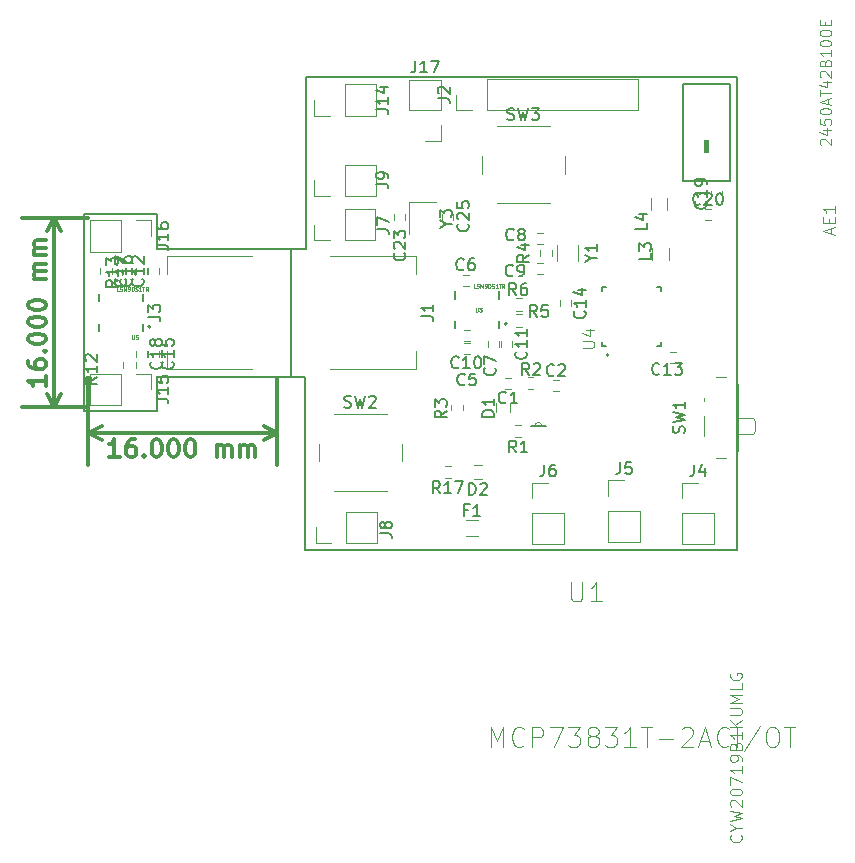
<source format=gbr>
%TF.GenerationSoftware,KiCad,Pcbnew,4.0.7*%
%TF.CreationDate,2019-04-11T13:09:23-05:00*%
%TF.ProjectId,GolfGloveMainBoardV1.0.0,476F6C66476C6F76654D61696E426F61,rev?*%
%TF.FileFunction,Legend,Top*%
%FSLAX46Y46*%
G04 Gerber Fmt 4.6, Leading zero omitted, Abs format (unit mm)*
G04 Created by KiCad (PCBNEW 4.0.7) date 04/11/19 13:09:23*
%MOMM*%
%LPD*%
G01*
G04 APERTURE LIST*
%ADD10C,0.100000*%
%ADD11C,0.200000*%
%ADD12C,0.150000*%
%ADD13C,0.300000*%
%ADD14C,0.120000*%
%ADD15C,0.127000*%
%ADD16C,0.152400*%
%ADD17C,0.050000*%
G04 APERTURE END LIST*
D10*
D11*
X111150000Y-125850000D02*
X111150000Y-136650000D01*
D12*
X148925000Y-151345000D02*
X148925000Y-151355000D01*
X112365000Y-151345000D02*
X148925000Y-151345000D01*
X112365000Y-136675000D02*
X112365000Y-151345000D01*
X99805000Y-136675000D02*
X112365000Y-136675000D01*
X99805000Y-139585000D02*
X99805000Y-136675000D01*
X93605000Y-139585000D02*
X99805000Y-139585000D01*
X93605000Y-122935000D02*
X93605000Y-139585000D01*
X99805000Y-122935000D02*
X93605000Y-122935000D01*
X99805000Y-125835000D02*
X99805000Y-122935000D01*
X112375000Y-125835000D02*
X99805000Y-125835000D01*
X112375000Y-111355000D02*
X112375000Y-125835000D01*
X148925000Y-111355000D02*
X112375000Y-111355000D01*
X148925000Y-151345000D02*
X148925000Y-111355000D01*
D13*
X96622858Y-143488571D02*
X95765715Y-143488571D01*
X96194287Y-143488571D02*
X96194287Y-141988571D01*
X96051430Y-142202857D01*
X95908572Y-142345714D01*
X95765715Y-142417143D01*
X97908572Y-141988571D02*
X97622858Y-141988571D01*
X97480001Y-142060000D01*
X97408572Y-142131429D01*
X97265715Y-142345714D01*
X97194286Y-142631429D01*
X97194286Y-143202857D01*
X97265715Y-143345714D01*
X97337143Y-143417143D01*
X97480001Y-143488571D01*
X97765715Y-143488571D01*
X97908572Y-143417143D01*
X97980001Y-143345714D01*
X98051429Y-143202857D01*
X98051429Y-142845714D01*
X97980001Y-142702857D01*
X97908572Y-142631429D01*
X97765715Y-142560000D01*
X97480001Y-142560000D01*
X97337143Y-142631429D01*
X97265715Y-142702857D01*
X97194286Y-142845714D01*
X98694286Y-143345714D02*
X98765714Y-143417143D01*
X98694286Y-143488571D01*
X98622857Y-143417143D01*
X98694286Y-143345714D01*
X98694286Y-143488571D01*
X99694286Y-141988571D02*
X99837143Y-141988571D01*
X99980000Y-142060000D01*
X100051429Y-142131429D01*
X100122858Y-142274286D01*
X100194286Y-142560000D01*
X100194286Y-142917143D01*
X100122858Y-143202857D01*
X100051429Y-143345714D01*
X99980000Y-143417143D01*
X99837143Y-143488571D01*
X99694286Y-143488571D01*
X99551429Y-143417143D01*
X99480000Y-143345714D01*
X99408572Y-143202857D01*
X99337143Y-142917143D01*
X99337143Y-142560000D01*
X99408572Y-142274286D01*
X99480000Y-142131429D01*
X99551429Y-142060000D01*
X99694286Y-141988571D01*
X101122857Y-141988571D02*
X101265714Y-141988571D01*
X101408571Y-142060000D01*
X101480000Y-142131429D01*
X101551429Y-142274286D01*
X101622857Y-142560000D01*
X101622857Y-142917143D01*
X101551429Y-143202857D01*
X101480000Y-143345714D01*
X101408571Y-143417143D01*
X101265714Y-143488571D01*
X101122857Y-143488571D01*
X100980000Y-143417143D01*
X100908571Y-143345714D01*
X100837143Y-143202857D01*
X100765714Y-142917143D01*
X100765714Y-142560000D01*
X100837143Y-142274286D01*
X100908571Y-142131429D01*
X100980000Y-142060000D01*
X101122857Y-141988571D01*
X102551428Y-141988571D02*
X102694285Y-141988571D01*
X102837142Y-142060000D01*
X102908571Y-142131429D01*
X102980000Y-142274286D01*
X103051428Y-142560000D01*
X103051428Y-142917143D01*
X102980000Y-143202857D01*
X102908571Y-143345714D01*
X102837142Y-143417143D01*
X102694285Y-143488571D01*
X102551428Y-143488571D01*
X102408571Y-143417143D01*
X102337142Y-143345714D01*
X102265714Y-143202857D01*
X102194285Y-142917143D01*
X102194285Y-142560000D01*
X102265714Y-142274286D01*
X102337142Y-142131429D01*
X102408571Y-142060000D01*
X102551428Y-141988571D01*
X104837142Y-143488571D02*
X104837142Y-142488571D01*
X104837142Y-142631429D02*
X104908570Y-142560000D01*
X105051428Y-142488571D01*
X105265713Y-142488571D01*
X105408570Y-142560000D01*
X105479999Y-142702857D01*
X105479999Y-143488571D01*
X105479999Y-142702857D02*
X105551428Y-142560000D01*
X105694285Y-142488571D01*
X105908570Y-142488571D01*
X106051428Y-142560000D01*
X106122856Y-142702857D01*
X106122856Y-143488571D01*
X106837142Y-143488571D02*
X106837142Y-142488571D01*
X106837142Y-142631429D02*
X106908570Y-142560000D01*
X107051428Y-142488571D01*
X107265713Y-142488571D01*
X107408570Y-142560000D01*
X107479999Y-142702857D01*
X107479999Y-143488571D01*
X107479999Y-142702857D02*
X107551428Y-142560000D01*
X107694285Y-142488571D01*
X107908570Y-142488571D01*
X108051428Y-142560000D01*
X108122856Y-142702857D01*
X108122856Y-143488571D01*
X109980000Y-141460000D02*
X93980000Y-141460000D01*
X109980000Y-136760000D02*
X109980000Y-144160000D01*
X93980000Y-136760000D02*
X93980000Y-144160000D01*
X93980000Y-141460000D02*
X95106504Y-140873579D01*
X93980000Y-141460000D02*
X95106504Y-142046421D01*
X109980000Y-141460000D02*
X108853496Y-140873579D01*
X109980000Y-141460000D02*
X108853496Y-142046421D01*
X90408571Y-136617142D02*
X90408571Y-137474285D01*
X90408571Y-137045713D02*
X88908571Y-137045713D01*
X89122857Y-137188570D01*
X89265714Y-137331428D01*
X89337143Y-137474285D01*
X88908571Y-135331428D02*
X88908571Y-135617142D01*
X88980000Y-135759999D01*
X89051429Y-135831428D01*
X89265714Y-135974285D01*
X89551429Y-136045714D01*
X90122857Y-136045714D01*
X90265714Y-135974285D01*
X90337143Y-135902857D01*
X90408571Y-135759999D01*
X90408571Y-135474285D01*
X90337143Y-135331428D01*
X90265714Y-135259999D01*
X90122857Y-135188571D01*
X89765714Y-135188571D01*
X89622857Y-135259999D01*
X89551429Y-135331428D01*
X89480000Y-135474285D01*
X89480000Y-135759999D01*
X89551429Y-135902857D01*
X89622857Y-135974285D01*
X89765714Y-136045714D01*
X90265714Y-134545714D02*
X90337143Y-134474286D01*
X90408571Y-134545714D01*
X90337143Y-134617143D01*
X90265714Y-134545714D01*
X90408571Y-134545714D01*
X88908571Y-133545714D02*
X88908571Y-133402857D01*
X88980000Y-133260000D01*
X89051429Y-133188571D01*
X89194286Y-133117142D01*
X89480000Y-133045714D01*
X89837143Y-133045714D01*
X90122857Y-133117142D01*
X90265714Y-133188571D01*
X90337143Y-133260000D01*
X90408571Y-133402857D01*
X90408571Y-133545714D01*
X90337143Y-133688571D01*
X90265714Y-133760000D01*
X90122857Y-133831428D01*
X89837143Y-133902857D01*
X89480000Y-133902857D01*
X89194286Y-133831428D01*
X89051429Y-133760000D01*
X88980000Y-133688571D01*
X88908571Y-133545714D01*
X88908571Y-132117143D02*
X88908571Y-131974286D01*
X88980000Y-131831429D01*
X89051429Y-131760000D01*
X89194286Y-131688571D01*
X89480000Y-131617143D01*
X89837143Y-131617143D01*
X90122857Y-131688571D01*
X90265714Y-131760000D01*
X90337143Y-131831429D01*
X90408571Y-131974286D01*
X90408571Y-132117143D01*
X90337143Y-132260000D01*
X90265714Y-132331429D01*
X90122857Y-132402857D01*
X89837143Y-132474286D01*
X89480000Y-132474286D01*
X89194286Y-132402857D01*
X89051429Y-132331429D01*
X88980000Y-132260000D01*
X88908571Y-132117143D01*
X88908571Y-130688572D02*
X88908571Y-130545715D01*
X88980000Y-130402858D01*
X89051429Y-130331429D01*
X89194286Y-130260000D01*
X89480000Y-130188572D01*
X89837143Y-130188572D01*
X90122857Y-130260000D01*
X90265714Y-130331429D01*
X90337143Y-130402858D01*
X90408571Y-130545715D01*
X90408571Y-130688572D01*
X90337143Y-130831429D01*
X90265714Y-130902858D01*
X90122857Y-130974286D01*
X89837143Y-131045715D01*
X89480000Y-131045715D01*
X89194286Y-130974286D01*
X89051429Y-130902858D01*
X88980000Y-130831429D01*
X88908571Y-130688572D01*
X90408571Y-128402858D02*
X89408571Y-128402858D01*
X89551429Y-128402858D02*
X89480000Y-128331430D01*
X89408571Y-128188572D01*
X89408571Y-127974287D01*
X89480000Y-127831430D01*
X89622857Y-127760001D01*
X90408571Y-127760001D01*
X89622857Y-127760001D02*
X89480000Y-127688572D01*
X89408571Y-127545715D01*
X89408571Y-127331430D01*
X89480000Y-127188572D01*
X89622857Y-127117144D01*
X90408571Y-127117144D01*
X90408571Y-126402858D02*
X89408571Y-126402858D01*
X89551429Y-126402858D02*
X89480000Y-126331430D01*
X89408571Y-126188572D01*
X89408571Y-125974287D01*
X89480000Y-125831430D01*
X89622857Y-125760001D01*
X90408571Y-125760001D01*
X89622857Y-125760001D02*
X89480000Y-125688572D01*
X89408571Y-125545715D01*
X89408571Y-125331430D01*
X89480000Y-125188572D01*
X89622857Y-125117144D01*
X90408571Y-125117144D01*
X91080000Y-139260000D02*
X91080000Y-123260000D01*
X93980000Y-139260000D02*
X88380000Y-139260000D01*
X93980000Y-123260000D02*
X88380000Y-123260000D01*
X91080000Y-123260000D02*
X91666421Y-124386504D01*
X91080000Y-123260000D02*
X90493579Y-124386504D01*
X91080000Y-139260000D02*
X91666421Y-138133496D01*
X91080000Y-139260000D02*
X90493579Y-138133496D01*
D11*
X148337500Y-111887500D02*
X148337500Y-116337500D01*
X144337500Y-111887500D02*
X144337500Y-116487500D01*
X146187500Y-111887500D02*
X144337500Y-111887500D01*
X146087500Y-111887500D02*
X148337500Y-111887500D01*
X148337500Y-120087500D02*
X145362500Y-120087500D01*
X148337500Y-116312500D02*
X148337500Y-120087500D01*
X144337500Y-116412500D02*
X144337500Y-120087500D01*
X145362500Y-120087500D02*
X144337500Y-120087500D01*
D14*
X100610000Y-128010000D02*
X100610000Y-126510000D01*
X100610000Y-126510000D02*
X107870000Y-126510000D01*
X100610000Y-136010000D02*
X107870000Y-136010000D01*
X100610000Y-136010000D02*
X100610000Y-134510000D01*
D11*
X129425000Y-132215000D02*
G75*
G03X129425000Y-132215000I-100000J0D01*
G01*
D15*
X128785000Y-132595000D02*
X128785000Y-131955000D01*
X125065000Y-132595000D02*
X125065000Y-131955000D01*
X128785000Y-129435000D02*
X128785000Y-130075000D01*
X125065000Y-129435000D02*
X125065000Y-130075000D01*
D11*
X99230000Y-132460000D02*
G75*
G03X99230000Y-132460000I-100000J0D01*
G01*
D15*
X98590000Y-132840000D02*
X98590000Y-132200000D01*
X94870000Y-132840000D02*
X94870000Y-132200000D01*
X98590000Y-129680000D02*
X98590000Y-130320000D01*
X94870000Y-129680000D02*
X94870000Y-130320000D01*
D11*
X138030000Y-134845000D02*
G75*
G03X138030000Y-134845000I-100000J0D01*
G01*
D15*
X142450000Y-129075000D02*
X142450000Y-129425000D01*
X137450000Y-129075000D02*
X137450000Y-129425000D01*
X142450000Y-134075000D02*
X142450000Y-133725000D01*
X137450000Y-134075000D02*
X137450000Y-133725000D01*
X142450000Y-129075000D02*
X142100000Y-129075000D01*
X137450000Y-129075000D02*
X137800000Y-129075000D01*
X142450000Y-134075000D02*
X142100000Y-134075000D01*
X137450000Y-134075000D02*
X137800000Y-134075000D01*
D14*
X94110000Y-123430000D02*
X94110000Y-126090000D01*
X96710000Y-123430000D02*
X94110000Y-123430000D01*
X96710000Y-126090000D02*
X94110000Y-126090000D01*
X96710000Y-123430000D02*
X96710000Y-126090000D01*
X97980000Y-123430000D02*
X99310000Y-123430000D01*
X99310000Y-123430000D02*
X99310000Y-124760000D01*
X121745000Y-134500000D02*
X121745000Y-136000000D01*
X121745000Y-136000000D02*
X114485000Y-136000000D01*
X121745000Y-126500000D02*
X114485000Y-126500000D01*
X121745000Y-126500000D02*
X121745000Y-128000000D01*
D10*
G36*
X146137500Y-117790580D02*
X146137500Y-116687500D01*
X146537842Y-116687500D01*
X146537842Y-117790580D01*
X146137500Y-117790580D01*
G37*
D14*
X129267500Y-137697500D02*
X129767500Y-137697500D01*
X129767500Y-136757500D02*
X129267500Y-136757500D01*
X133817500Y-136982500D02*
X133317500Y-136982500D01*
X133317500Y-137922500D02*
X133817500Y-137922500D01*
X126275000Y-133845000D02*
X125775000Y-133845000D01*
X125775000Y-134785000D02*
X126275000Y-134785000D01*
X125675000Y-128985000D02*
X126175000Y-128985000D01*
X126175000Y-128045000D02*
X125675000Y-128045000D01*
X127855000Y-133665000D02*
X127855000Y-134165000D01*
X128795000Y-134165000D02*
X128795000Y-133665000D01*
X131950000Y-125420000D02*
X132450000Y-125420000D01*
X132450000Y-124480000D02*
X131950000Y-124480000D01*
X132450000Y-127080000D02*
X131950000Y-127080000D01*
X131950000Y-128020000D02*
X132450000Y-128020000D01*
X126275000Y-132745000D02*
X125775000Y-132745000D01*
X125775000Y-133685000D02*
X126275000Y-133685000D01*
X129895000Y-134165000D02*
X129895000Y-133665000D01*
X128955000Y-133665000D02*
X128955000Y-134165000D01*
X99010000Y-127510000D02*
X99010000Y-128010000D01*
X99950000Y-128010000D02*
X99950000Y-127510000D01*
X143740000Y-134620000D02*
X143240000Y-134620000D01*
X143240000Y-135560000D02*
X143740000Y-135560000D01*
X134835000Y-130735000D02*
X134835000Y-130235000D01*
X133895000Y-130235000D02*
X133895000Y-130735000D01*
X99950000Y-135010000D02*
X99950000Y-134510000D01*
X99010000Y-134510000D02*
X99010000Y-135010000D01*
X98010000Y-127510000D02*
X98010000Y-128010000D01*
X98950000Y-128010000D02*
X98950000Y-127510000D01*
X95950000Y-128010000D02*
X95950000Y-127510000D01*
X95010000Y-127510000D02*
X95010000Y-128010000D01*
X98950000Y-135010000D02*
X98950000Y-134510000D01*
X98010000Y-134510000D02*
X98010000Y-135010000D01*
X120770000Y-123450000D02*
X120770000Y-122950000D01*
X119830000Y-122950000D02*
X119830000Y-123450000D01*
X123930000Y-122950000D02*
X123930000Y-123450000D01*
X124870000Y-123450000D02*
X124870000Y-122950000D01*
X129692500Y-138952500D02*
X129692500Y-139652500D01*
X128492500Y-139652500D02*
X128492500Y-138952500D01*
X140480000Y-114130000D02*
X140480000Y-111470000D01*
X127720000Y-114130000D02*
X140480000Y-114130000D01*
X127720000Y-111470000D02*
X140480000Y-111470000D01*
X127720000Y-114130000D02*
X127720000Y-111470000D01*
X126450000Y-114130000D02*
X125120000Y-114130000D01*
X125120000Y-114130000D02*
X125120000Y-112800000D01*
X118285000Y-125135000D02*
X118285000Y-122475000D01*
X115685000Y-125135000D02*
X118285000Y-125135000D01*
X115685000Y-122475000D02*
X118285000Y-122475000D01*
X115685000Y-125135000D02*
X115685000Y-122475000D01*
X114415000Y-125135000D02*
X113085000Y-125135000D01*
X113085000Y-125135000D02*
X113085000Y-123805000D01*
X118425000Y-150765000D02*
X118425000Y-148105000D01*
X115825000Y-150765000D02*
X118425000Y-150765000D01*
X115825000Y-148105000D02*
X118425000Y-148105000D01*
X115825000Y-150765000D02*
X115825000Y-148105000D01*
X114555000Y-150765000D02*
X113225000Y-150765000D01*
X113225000Y-150765000D02*
X113225000Y-149435000D01*
X118305000Y-121395000D02*
X118305000Y-118735000D01*
X115705000Y-121395000D02*
X118305000Y-121395000D01*
X115705000Y-118735000D02*
X118305000Y-118735000D01*
X115705000Y-121395000D02*
X115705000Y-118735000D01*
X114435000Y-121395000D02*
X113105000Y-121395000D01*
X113105000Y-121395000D02*
X113105000Y-120065000D01*
X118325000Y-114575000D02*
X118325000Y-111915000D01*
X115725000Y-114575000D02*
X118325000Y-114575000D01*
X115725000Y-111915000D02*
X118325000Y-111915000D01*
X115725000Y-114575000D02*
X115725000Y-111915000D01*
X114455000Y-114575000D02*
X113125000Y-114575000D01*
X113125000Y-114575000D02*
X113125000Y-113245000D01*
X94110000Y-136430000D02*
X94110000Y-139090000D01*
X96710000Y-136430000D02*
X94110000Y-136430000D01*
X96710000Y-139090000D02*
X94110000Y-139090000D01*
X96710000Y-136430000D02*
X96710000Y-139090000D01*
X97980000Y-136430000D02*
X99310000Y-136430000D01*
X99310000Y-136430000D02*
X99310000Y-137760000D01*
X123830000Y-111530000D02*
X121170000Y-111530000D01*
X123830000Y-114130000D02*
X123830000Y-111530000D01*
X121170000Y-114130000D02*
X121170000Y-111530000D01*
X123830000Y-114130000D02*
X121170000Y-114130000D01*
X123830000Y-115400000D02*
X123830000Y-116730000D01*
X123830000Y-116730000D02*
X122500000Y-116730000D01*
X141745000Y-126825000D02*
X141745000Y-125825000D01*
X143105000Y-125825000D02*
X143105000Y-126825000D01*
X141595000Y-122550000D02*
X141595000Y-121550000D01*
X142955000Y-121550000D02*
X142955000Y-122550000D01*
X130117500Y-141832500D02*
X130617500Y-141832500D01*
X130617500Y-140772500D02*
X130117500Y-140772500D01*
X131167500Y-137732500D02*
X131667500Y-137732500D01*
X131667500Y-136672500D02*
X131167500Y-136672500D01*
X125730000Y-139550000D02*
X125730000Y-139050000D01*
X124670000Y-139050000D02*
X124670000Y-139550000D01*
X133280000Y-126500000D02*
X133280000Y-126000000D01*
X132220000Y-126000000D02*
X132220000Y-126500000D01*
X130675000Y-131385000D02*
X130175000Y-131385000D01*
X130175000Y-132445000D02*
X130675000Y-132445000D01*
X130675000Y-130035000D02*
X130175000Y-130035000D01*
X130175000Y-131095000D02*
X130675000Y-131095000D01*
X98010000Y-135910000D02*
X98010000Y-135410000D01*
X96950000Y-135410000D02*
X96950000Y-135910000D01*
X96850000Y-127610000D02*
X96850000Y-128110000D01*
X97910000Y-128110000D02*
X97910000Y-127610000D01*
X146105000Y-138725000D02*
X146105000Y-138525000D01*
X150245000Y-141525000D02*
X150455000Y-141325000D01*
X150245000Y-140225000D02*
X150455000Y-140425000D01*
X148955000Y-141525000D02*
X150245000Y-141525000D01*
X150455000Y-141325000D02*
X150455000Y-140425000D01*
X150245000Y-140225000D02*
X148955000Y-140225000D01*
X148955000Y-142975000D02*
X148955000Y-137275000D01*
X146105000Y-141725000D02*
X146105000Y-140025000D01*
X147155000Y-143575000D02*
X147945000Y-143575000D01*
X147945000Y-136675000D02*
X147155000Y-136675000D01*
D16*
X131482900Y-140876900D02*
X131787700Y-140876900D01*
X131787700Y-140876900D02*
X132397300Y-140876900D01*
X132397300Y-140876900D02*
X132702100Y-140876900D01*
D10*
X131787700Y-140876900D02*
G75*
G02X132397300Y-140876900I304800J0D01*
G01*
D14*
X146680000Y-120950000D02*
X146680000Y-121450000D01*
X147620000Y-121450000D02*
X147620000Y-120950000D01*
X146700000Y-122480000D02*
X146200000Y-122480000D01*
X146200000Y-123420000D02*
X146700000Y-123420000D01*
X123450000Y-121900000D02*
X121150000Y-121900000D01*
X121150000Y-121900000D02*
X121150000Y-124600000D01*
X135425000Y-126925000D02*
X135425000Y-125575000D01*
X133675000Y-126925000D02*
X133675000Y-125575000D01*
X128550000Y-122000000D02*
X133050000Y-122000000D01*
X127300000Y-118000000D02*
X127300000Y-119500000D01*
X133050000Y-115500000D02*
X128550000Y-115500000D01*
X134300000Y-119500000D02*
X134300000Y-118000000D01*
X144270000Y-150870000D02*
X146930000Y-150870000D01*
X144270000Y-148270000D02*
X144270000Y-150870000D01*
X146930000Y-148270000D02*
X146930000Y-150870000D01*
X144270000Y-148270000D02*
X146930000Y-148270000D01*
X144270000Y-147000000D02*
X144270000Y-145670000D01*
X144270000Y-145670000D02*
X145600000Y-145670000D01*
X138020000Y-150670000D02*
X140680000Y-150670000D01*
X138020000Y-148070000D02*
X138020000Y-150670000D01*
X140680000Y-148070000D02*
X140680000Y-150670000D01*
X138020000Y-148070000D02*
X140680000Y-148070000D01*
X138020000Y-146800000D02*
X138020000Y-145470000D01*
X138020000Y-145470000D02*
X139350000Y-145470000D01*
X131570000Y-150870000D02*
X134230000Y-150870000D01*
X131570000Y-148270000D02*
X131570000Y-150870000D01*
X134230000Y-148270000D02*
X134230000Y-150870000D01*
X131570000Y-148270000D02*
X134230000Y-148270000D01*
X131570000Y-147000000D02*
X131570000Y-145670000D01*
X131570000Y-145670000D02*
X132900000Y-145670000D01*
X114750000Y-146350000D02*
X119250000Y-146350000D01*
X113500000Y-142350000D02*
X113500000Y-143850000D01*
X119250000Y-139850000D02*
X114750000Y-139850000D01*
X120500000Y-143850000D02*
X120500000Y-142350000D01*
X126950000Y-150180000D02*
X125950000Y-150180000D01*
X125950000Y-148820000D02*
X126950000Y-148820000D01*
X126600000Y-144150000D02*
X127300000Y-144150000D01*
X127300000Y-145350000D02*
X126600000Y-145350000D01*
X124150000Y-145280000D02*
X124650000Y-145280000D01*
X124650000Y-144220000D02*
X124150000Y-144220000D01*
D12*
X99072381Y-131593333D02*
X99786667Y-131593333D01*
X99929524Y-131640953D01*
X100024762Y-131736191D01*
X100072381Y-131879048D01*
X100072381Y-131974286D01*
X99072381Y-131212381D02*
X99072381Y-130593333D01*
X99453333Y-130926667D01*
X99453333Y-130783809D01*
X99500952Y-130688571D01*
X99548571Y-130640952D01*
X99643810Y-130593333D01*
X99881905Y-130593333D01*
X99977143Y-130640952D01*
X100024762Y-130688571D01*
X100072381Y-130783809D01*
X100072381Y-131069524D01*
X100024762Y-131164762D01*
X99977143Y-131212381D01*
D17*
X126780797Y-130849479D02*
X126780797Y-131108945D01*
X126796060Y-131139470D01*
X126811323Y-131154733D01*
X126841848Y-131169995D01*
X126902899Y-131169995D01*
X126933424Y-131154733D01*
X126948687Y-131139470D01*
X126963949Y-131108945D01*
X126963949Y-130849479D01*
X127086051Y-130849479D02*
X127284466Y-130849479D01*
X127177627Y-130971581D01*
X127223415Y-130971581D01*
X127253940Y-130986843D01*
X127269203Y-131002106D01*
X127284466Y-131032631D01*
X127284466Y-131108945D01*
X127269203Y-131139470D01*
X127253940Y-131154733D01*
X127223415Y-131169995D01*
X127131839Y-131169995D01*
X127101314Y-131154733D01*
X127086051Y-131139470D01*
X126773640Y-129161478D02*
X126621137Y-129161478D01*
X126621137Y-128841222D01*
X126865142Y-129146227D02*
X126910893Y-129161478D01*
X126987144Y-129161478D01*
X127017645Y-129146227D01*
X127032895Y-129130977D01*
X127048146Y-129100477D01*
X127048146Y-129069976D01*
X127032895Y-129039475D01*
X127017645Y-129024225D01*
X126987144Y-129008975D01*
X126926143Y-128993725D01*
X126895643Y-128978474D01*
X126880392Y-128963224D01*
X126865142Y-128932723D01*
X126865142Y-128902223D01*
X126880392Y-128871722D01*
X126895643Y-128856472D01*
X126926143Y-128841222D01*
X127002395Y-128841222D01*
X127048146Y-128856472D01*
X127185398Y-129161478D02*
X127185398Y-128841222D01*
X127292150Y-129069976D01*
X127398902Y-128841222D01*
X127398902Y-129161478D01*
X127566656Y-129161478D02*
X127627657Y-129161478D01*
X127658157Y-129146227D01*
X127673408Y-129130977D01*
X127703908Y-129085226D01*
X127719159Y-129024225D01*
X127719159Y-128902223D01*
X127703908Y-128871722D01*
X127688658Y-128856472D01*
X127658157Y-128841222D01*
X127597156Y-128841222D01*
X127566656Y-128856472D01*
X127551405Y-128871722D01*
X127536155Y-128902223D01*
X127536155Y-128978474D01*
X127551405Y-129008975D01*
X127566656Y-129024225D01*
X127597156Y-129039475D01*
X127658157Y-129039475D01*
X127688658Y-129024225D01*
X127703908Y-129008975D01*
X127719159Y-128978474D01*
X127856411Y-129161478D02*
X127856411Y-128841222D01*
X127932663Y-128841222D01*
X127978414Y-128856472D01*
X128008914Y-128886973D01*
X128024165Y-128917473D01*
X128039415Y-128978474D01*
X128039415Y-129024225D01*
X128024165Y-129085226D01*
X128008914Y-129115727D01*
X127978414Y-129146227D01*
X127932663Y-129161478D01*
X127856411Y-129161478D01*
X128161417Y-129146227D02*
X128207168Y-129161478D01*
X128283419Y-129161478D01*
X128313920Y-129146227D01*
X128329170Y-129130977D01*
X128344421Y-129100477D01*
X128344421Y-129069976D01*
X128329170Y-129039475D01*
X128313920Y-129024225D01*
X128283419Y-129008975D01*
X128222418Y-128993725D01*
X128191918Y-128978474D01*
X128176667Y-128963224D01*
X128161417Y-128932723D01*
X128161417Y-128902223D01*
X128176667Y-128871722D01*
X128191918Y-128856472D01*
X128222418Y-128841222D01*
X128298670Y-128841222D01*
X128344421Y-128856472D01*
X128649427Y-129161478D02*
X128466423Y-129161478D01*
X128557925Y-129161478D02*
X128557925Y-128841222D01*
X128527424Y-128886973D01*
X128496924Y-128917473D01*
X128466423Y-128932723D01*
X128740929Y-128841222D02*
X128923932Y-128841222D01*
X128832430Y-129161478D02*
X128832430Y-128841222D01*
X129213688Y-129161478D02*
X129106936Y-129008975D01*
X129030684Y-129161478D02*
X129030684Y-128841222D01*
X129152687Y-128841222D01*
X129183187Y-128856472D01*
X129198438Y-128871722D01*
X129213688Y-128902223D01*
X129213688Y-128947974D01*
X129198438Y-128978474D01*
X129183187Y-128993725D01*
X129152687Y-129008975D01*
X129030684Y-129008975D01*
X97674907Y-133191069D02*
X97674907Y-133450535D01*
X97690170Y-133481060D01*
X97705433Y-133496323D01*
X97735958Y-133511585D01*
X97797009Y-133511585D01*
X97827534Y-133496323D01*
X97842797Y-133481060D01*
X97858059Y-133450535D01*
X97858059Y-133191069D01*
X98163313Y-133191069D02*
X98010686Y-133191069D01*
X97995424Y-133343696D01*
X98010686Y-133328433D01*
X98041212Y-133313171D01*
X98117525Y-133313171D01*
X98148050Y-133328433D01*
X98163313Y-133343696D01*
X98178576Y-133374221D01*
X98178576Y-133450535D01*
X98163313Y-133481060D01*
X98148050Y-133496323D01*
X98117525Y-133511585D01*
X98041212Y-133511585D01*
X98010686Y-133496323D01*
X97995424Y-133481060D01*
X96578640Y-129406478D02*
X96426137Y-129406478D01*
X96426137Y-129086222D01*
X96670142Y-129391227D02*
X96715893Y-129406478D01*
X96792144Y-129406478D01*
X96822645Y-129391227D01*
X96837895Y-129375977D01*
X96853146Y-129345477D01*
X96853146Y-129314976D01*
X96837895Y-129284475D01*
X96822645Y-129269225D01*
X96792144Y-129253975D01*
X96731143Y-129238725D01*
X96700643Y-129223474D01*
X96685392Y-129208224D01*
X96670142Y-129177723D01*
X96670142Y-129147223D01*
X96685392Y-129116722D01*
X96700643Y-129101472D01*
X96731143Y-129086222D01*
X96807395Y-129086222D01*
X96853146Y-129101472D01*
X96990398Y-129406478D02*
X96990398Y-129086222D01*
X97097150Y-129314976D01*
X97203902Y-129086222D01*
X97203902Y-129406478D01*
X97371656Y-129406478D02*
X97432657Y-129406478D01*
X97463157Y-129391227D01*
X97478408Y-129375977D01*
X97508908Y-129330226D01*
X97524159Y-129269225D01*
X97524159Y-129147223D01*
X97508908Y-129116722D01*
X97493658Y-129101472D01*
X97463157Y-129086222D01*
X97402156Y-129086222D01*
X97371656Y-129101472D01*
X97356405Y-129116722D01*
X97341155Y-129147223D01*
X97341155Y-129223474D01*
X97356405Y-129253975D01*
X97371656Y-129269225D01*
X97402156Y-129284475D01*
X97463157Y-129284475D01*
X97493658Y-129269225D01*
X97508908Y-129253975D01*
X97524159Y-129223474D01*
X97661411Y-129406478D02*
X97661411Y-129086222D01*
X97737663Y-129086222D01*
X97783414Y-129101472D01*
X97813914Y-129131973D01*
X97829165Y-129162473D01*
X97844415Y-129223474D01*
X97844415Y-129269225D01*
X97829165Y-129330226D01*
X97813914Y-129360727D01*
X97783414Y-129391227D01*
X97737663Y-129406478D01*
X97661411Y-129406478D01*
X97966417Y-129391227D02*
X98012168Y-129406478D01*
X98088419Y-129406478D01*
X98118920Y-129391227D01*
X98134170Y-129375977D01*
X98149421Y-129345477D01*
X98149421Y-129314976D01*
X98134170Y-129284475D01*
X98118920Y-129269225D01*
X98088419Y-129253975D01*
X98027418Y-129238725D01*
X97996918Y-129223474D01*
X97981667Y-129208224D01*
X97966417Y-129177723D01*
X97966417Y-129147223D01*
X97981667Y-129116722D01*
X97996918Y-129101472D01*
X98027418Y-129086222D01*
X98103670Y-129086222D01*
X98149421Y-129101472D01*
X98454427Y-129406478D02*
X98271423Y-129406478D01*
X98362925Y-129406478D02*
X98362925Y-129086222D01*
X98332424Y-129131973D01*
X98301924Y-129162473D01*
X98271423Y-129177723D01*
X98545929Y-129086222D02*
X98728932Y-129086222D01*
X98637430Y-129406478D02*
X98637430Y-129086222D01*
X99018688Y-129406478D02*
X98911936Y-129253975D01*
X98835684Y-129406478D02*
X98835684Y-129086222D01*
X98957687Y-129086222D01*
X98988187Y-129101472D01*
X99003438Y-129116722D01*
X99018688Y-129147223D01*
X99018688Y-129192974D01*
X99003438Y-129223474D01*
X98988187Y-129238725D01*
X98957687Y-129253975D01*
X98835684Y-129253975D01*
X135826910Y-134237560D02*
X136637130Y-134237560D01*
X136732450Y-134189900D01*
X136780110Y-134142240D01*
X136827770Y-134046920D01*
X136827770Y-133856280D01*
X136780110Y-133760960D01*
X136732450Y-133713300D01*
X136637130Y-133665640D01*
X135826910Y-133665640D01*
X136160530Y-132760100D02*
X136827770Y-132760100D01*
X135779250Y-132998400D02*
X136494150Y-133236700D01*
X136494150Y-132617120D01*
X149232336Y-175476154D02*
X149279980Y-175523799D01*
X149327625Y-175666733D01*
X149327625Y-175762023D01*
X149279980Y-175904957D01*
X149184691Y-176000246D01*
X149089401Y-176047891D01*
X148898822Y-176095536D01*
X148755888Y-176095536D01*
X148565309Y-176047891D01*
X148470020Y-176000246D01*
X148374730Y-175904957D01*
X148327085Y-175762023D01*
X148327085Y-175666733D01*
X148374730Y-175523799D01*
X148422375Y-175476154D01*
X148851178Y-174856772D02*
X149327625Y-174856772D01*
X148327085Y-175190285D02*
X148851178Y-174856772D01*
X148327085Y-174523259D01*
X148327085Y-174285035D02*
X149327625Y-174046811D01*
X148612954Y-173856232D01*
X149327625Y-173665653D01*
X148327085Y-173427429D01*
X148422375Y-173093916D02*
X148374730Y-173046271D01*
X148327085Y-172950982D01*
X148327085Y-172712758D01*
X148374730Y-172617468D01*
X148422375Y-172569824D01*
X148517664Y-172522179D01*
X148612954Y-172522179D01*
X148755888Y-172569824D01*
X149327625Y-173141561D01*
X149327625Y-172522179D01*
X148327085Y-171902797D02*
X148327085Y-171807508D01*
X148374730Y-171712218D01*
X148422375Y-171664573D01*
X148517664Y-171616929D01*
X148708243Y-171569284D01*
X148946467Y-171569284D01*
X149137046Y-171616929D01*
X149232336Y-171664573D01*
X149279980Y-171712218D01*
X149327625Y-171807508D01*
X149327625Y-171902797D01*
X149279980Y-171998087D01*
X149232336Y-172045731D01*
X149137046Y-172093376D01*
X148946467Y-172141021D01*
X148708243Y-172141021D01*
X148517664Y-172093376D01*
X148422375Y-172045731D01*
X148374730Y-171998087D01*
X148327085Y-171902797D01*
X148327085Y-171235771D02*
X148327085Y-170568744D01*
X149327625Y-170997547D01*
X149327625Y-169663494D02*
X149327625Y-170235231D01*
X149327625Y-169949362D02*
X148327085Y-169949362D01*
X148470020Y-170044652D01*
X148565309Y-170139941D01*
X148612954Y-170235231D01*
X149327625Y-169187046D02*
X149327625Y-168996467D01*
X149279980Y-168901178D01*
X149232336Y-168853533D01*
X149089401Y-168758244D01*
X148898822Y-168710599D01*
X148517664Y-168710599D01*
X148422375Y-168758244D01*
X148374730Y-168805888D01*
X148327085Y-168901178D01*
X148327085Y-169091757D01*
X148374730Y-169187046D01*
X148422375Y-169234691D01*
X148517664Y-169282336D01*
X148755888Y-169282336D01*
X148851178Y-169234691D01*
X148898822Y-169187046D01*
X148946467Y-169091757D01*
X148946467Y-168901178D01*
X148898822Y-168805888D01*
X148851178Y-168758244D01*
X148755888Y-168710599D01*
X148803533Y-167948283D02*
X148851178Y-167805349D01*
X148898822Y-167757704D01*
X148994112Y-167710059D01*
X149137046Y-167710059D01*
X149232336Y-167757704D01*
X149279980Y-167805349D01*
X149327625Y-167900638D01*
X149327625Y-168281796D01*
X148327085Y-168281796D01*
X148327085Y-167948283D01*
X148374730Y-167852993D01*
X148422375Y-167805349D01*
X148517664Y-167757704D01*
X148612954Y-167757704D01*
X148708243Y-167805349D01*
X148755888Y-167852993D01*
X148803533Y-167948283D01*
X148803533Y-168281796D01*
X149327625Y-166757164D02*
X149327625Y-167328901D01*
X149327625Y-167043032D02*
X148327085Y-167043032D01*
X148470020Y-167138322D01*
X148565309Y-167233611D01*
X148612954Y-167328901D01*
X149327625Y-166328361D02*
X148327085Y-166328361D01*
X149327625Y-165756624D02*
X148755888Y-166185427D01*
X148327085Y-165756624D02*
X148898822Y-166328361D01*
X148327085Y-165327821D02*
X149137046Y-165327821D01*
X149232336Y-165280176D01*
X149279980Y-165232532D01*
X149327625Y-165137242D01*
X149327625Y-164946663D01*
X149279980Y-164851374D01*
X149232336Y-164803729D01*
X149137046Y-164756084D01*
X148327085Y-164756084D01*
X149327625Y-164279636D02*
X148327085Y-164279636D01*
X149041757Y-163946123D01*
X148327085Y-163612610D01*
X149327625Y-163612610D01*
X149327625Y-162659715D02*
X149327625Y-163136162D01*
X148327085Y-163136162D01*
X148374730Y-161802109D02*
X148327085Y-161897398D01*
X148327085Y-162040333D01*
X148374730Y-162183267D01*
X148470020Y-162278556D01*
X148565309Y-162326201D01*
X148755888Y-162373846D01*
X148898822Y-162373846D01*
X149089401Y-162326201D01*
X149184691Y-162278556D01*
X149279980Y-162183267D01*
X149327625Y-162040333D01*
X149327625Y-161945043D01*
X149279980Y-161802109D01*
X149232336Y-161754464D01*
X148898822Y-161754464D01*
X148898822Y-161945043D01*
D12*
X99762381Y-125569523D02*
X100476667Y-125569523D01*
X100619524Y-125617143D01*
X100714762Y-125712381D01*
X100762381Y-125855238D01*
X100762381Y-125950476D01*
X100762381Y-124569523D02*
X100762381Y-125140952D01*
X100762381Y-124855238D02*
X99762381Y-124855238D01*
X99905238Y-124950476D01*
X100000476Y-125045714D01*
X100048095Y-125140952D01*
X99762381Y-123712380D02*
X99762381Y-123902857D01*
X99810000Y-123998095D01*
X99857619Y-124045714D01*
X100000476Y-124140952D01*
X100190952Y-124188571D01*
X100571905Y-124188571D01*
X100667143Y-124140952D01*
X100714762Y-124093333D01*
X100762381Y-123998095D01*
X100762381Y-123807618D01*
X100714762Y-123712380D01*
X100667143Y-123664761D01*
X100571905Y-123617142D01*
X100333810Y-123617142D01*
X100238571Y-123664761D01*
X100190952Y-123712380D01*
X100143333Y-123807618D01*
X100143333Y-123998095D01*
X100190952Y-124093333D01*
X100238571Y-124140952D01*
X100333810Y-124188571D01*
X122187381Y-131583333D02*
X122901667Y-131583333D01*
X123044524Y-131630953D01*
X123139762Y-131726191D01*
X123187381Y-131869048D01*
X123187381Y-131964286D01*
X123187381Y-130583333D02*
X123187381Y-131154762D01*
X123187381Y-130869048D02*
X122187381Y-130869048D01*
X122330238Y-130964286D01*
X122425476Y-131059524D01*
X122473095Y-131154762D01*
D17*
X156904303Y-124555124D02*
X156904303Y-124078543D01*
X157190252Y-124650440D02*
X156189432Y-124316833D01*
X157190252Y-123983226D01*
X156666013Y-123649620D02*
X156666013Y-123316013D01*
X157190252Y-123173039D02*
X157190252Y-123649620D01*
X156189432Y-123649620D01*
X156189432Y-123173039D01*
X157190252Y-122219876D02*
X157190252Y-122791774D01*
X157190252Y-122505825D02*
X156189432Y-122505825D01*
X156332406Y-122601141D01*
X156427722Y-122696457D01*
X156475380Y-122791774D01*
X155985119Y-117058929D02*
X155937500Y-117016072D01*
X155889881Y-116930358D01*
X155889881Y-116716072D01*
X155937500Y-116630358D01*
X155985119Y-116587501D01*
X156080357Y-116544644D01*
X156175595Y-116544644D01*
X156318452Y-116587501D01*
X156889881Y-117101787D01*
X156889881Y-116544644D01*
X156223214Y-115773215D02*
X156889881Y-115773215D01*
X155842262Y-115987501D02*
X156556548Y-116201786D01*
X156556548Y-115644644D01*
X155889881Y-114873215D02*
X155889881Y-115301786D01*
X156366071Y-115344643D01*
X156318452Y-115301786D01*
X156270833Y-115216072D01*
X156270833Y-115001786D01*
X156318452Y-114916072D01*
X156366071Y-114873215D01*
X156461310Y-114830358D01*
X156699405Y-114830358D01*
X156794643Y-114873215D01*
X156842262Y-114916072D01*
X156889881Y-115001786D01*
X156889881Y-115216072D01*
X156842262Y-115301786D01*
X156794643Y-115344643D01*
X155889881Y-114273215D02*
X155889881Y-114187500D01*
X155937500Y-114101786D01*
X155985119Y-114058929D01*
X156080357Y-114016072D01*
X156270833Y-113973215D01*
X156508929Y-113973215D01*
X156699405Y-114016072D01*
X156794643Y-114058929D01*
X156842262Y-114101786D01*
X156889881Y-114187500D01*
X156889881Y-114273215D01*
X156842262Y-114358929D01*
X156794643Y-114401786D01*
X156699405Y-114444643D01*
X156508929Y-114487500D01*
X156270833Y-114487500D01*
X156080357Y-114444643D01*
X155985119Y-114401786D01*
X155937500Y-114358929D01*
X155889881Y-114273215D01*
X156604167Y-113630357D02*
X156604167Y-113201786D01*
X156889881Y-113716072D02*
X155889881Y-113416072D01*
X156889881Y-113116072D01*
X155889881Y-112944643D02*
X155889881Y-112430357D01*
X156889881Y-112687500D02*
X155889881Y-112687500D01*
X156223214Y-111744643D02*
X156889881Y-111744643D01*
X155842262Y-111958929D02*
X156556548Y-112173214D01*
X156556548Y-111616072D01*
X155985119Y-111316071D02*
X155937500Y-111273214D01*
X155889881Y-111187500D01*
X155889881Y-110973214D01*
X155937500Y-110887500D01*
X155985119Y-110844643D01*
X156080357Y-110801786D01*
X156175595Y-110801786D01*
X156318452Y-110844643D01*
X156889881Y-111358929D01*
X156889881Y-110801786D01*
X156366071Y-110116071D02*
X156413690Y-109987500D01*
X156461310Y-109944643D01*
X156556548Y-109901786D01*
X156699405Y-109901786D01*
X156794643Y-109944643D01*
X156842262Y-109987500D01*
X156889881Y-110073214D01*
X156889881Y-110416071D01*
X155889881Y-110416071D01*
X155889881Y-110116071D01*
X155937500Y-110030357D01*
X155985119Y-109987500D01*
X156080357Y-109944643D01*
X156175595Y-109944643D01*
X156270833Y-109987500D01*
X156318452Y-110030357D01*
X156366071Y-110116071D01*
X156366071Y-110416071D01*
X156889881Y-109044643D02*
X156889881Y-109558928D01*
X156889881Y-109301786D02*
X155889881Y-109301786D01*
X156032738Y-109387500D01*
X156127976Y-109473214D01*
X156175595Y-109558928D01*
X155889881Y-108487500D02*
X155889881Y-108401785D01*
X155937500Y-108316071D01*
X155985119Y-108273214D01*
X156080357Y-108230357D01*
X156270833Y-108187500D01*
X156508929Y-108187500D01*
X156699405Y-108230357D01*
X156794643Y-108273214D01*
X156842262Y-108316071D01*
X156889881Y-108401785D01*
X156889881Y-108487500D01*
X156842262Y-108573214D01*
X156794643Y-108616071D01*
X156699405Y-108658928D01*
X156508929Y-108701785D01*
X156270833Y-108701785D01*
X156080357Y-108658928D01*
X155985119Y-108616071D01*
X155937500Y-108573214D01*
X155889881Y-108487500D01*
X155889881Y-107630357D02*
X155889881Y-107544642D01*
X155937500Y-107458928D01*
X155985119Y-107416071D01*
X156080357Y-107373214D01*
X156270833Y-107330357D01*
X156508929Y-107330357D01*
X156699405Y-107373214D01*
X156794643Y-107416071D01*
X156842262Y-107458928D01*
X156889881Y-107544642D01*
X156889881Y-107630357D01*
X156842262Y-107716071D01*
X156794643Y-107758928D01*
X156699405Y-107801785D01*
X156508929Y-107844642D01*
X156270833Y-107844642D01*
X156080357Y-107801785D01*
X155985119Y-107758928D01*
X155937500Y-107716071D01*
X155889881Y-107630357D01*
X156366071Y-106944642D02*
X156366071Y-106644642D01*
X156889881Y-106516071D02*
X156889881Y-106944642D01*
X155889881Y-106944642D01*
X155889881Y-106516071D01*
D12*
X129350834Y-138854643D02*
X129303215Y-138902262D01*
X129160358Y-138949881D01*
X129065120Y-138949881D01*
X128922262Y-138902262D01*
X128827024Y-138807024D01*
X128779405Y-138711786D01*
X128731786Y-138521310D01*
X128731786Y-138378452D01*
X128779405Y-138187976D01*
X128827024Y-138092738D01*
X128922262Y-137997500D01*
X129065120Y-137949881D01*
X129160358Y-137949881D01*
X129303215Y-137997500D01*
X129350834Y-138045119D01*
X130303215Y-138949881D02*
X129731786Y-138949881D01*
X130017500Y-138949881D02*
X130017500Y-137949881D01*
X129922262Y-138092738D01*
X129827024Y-138187976D01*
X129731786Y-138235595D01*
X133400834Y-136539643D02*
X133353215Y-136587262D01*
X133210358Y-136634881D01*
X133115120Y-136634881D01*
X132972262Y-136587262D01*
X132877024Y-136492024D01*
X132829405Y-136396786D01*
X132781786Y-136206310D01*
X132781786Y-136063452D01*
X132829405Y-135872976D01*
X132877024Y-135777738D01*
X132972262Y-135682500D01*
X133115120Y-135634881D01*
X133210358Y-135634881D01*
X133353215Y-135682500D01*
X133400834Y-135730119D01*
X133781786Y-135730119D02*
X133829405Y-135682500D01*
X133924643Y-135634881D01*
X134162739Y-135634881D01*
X134257977Y-135682500D01*
X134305596Y-135730119D01*
X134353215Y-135825357D01*
X134353215Y-135920595D01*
X134305596Y-136063452D01*
X133734167Y-136634881D01*
X134353215Y-136634881D01*
X125858334Y-137332143D02*
X125810715Y-137379762D01*
X125667858Y-137427381D01*
X125572620Y-137427381D01*
X125429762Y-137379762D01*
X125334524Y-137284524D01*
X125286905Y-137189286D01*
X125239286Y-136998810D01*
X125239286Y-136855952D01*
X125286905Y-136665476D01*
X125334524Y-136570238D01*
X125429762Y-136475000D01*
X125572620Y-136427381D01*
X125667858Y-136427381D01*
X125810715Y-136475000D01*
X125858334Y-136522619D01*
X126763096Y-136427381D02*
X126286905Y-136427381D01*
X126239286Y-136903571D01*
X126286905Y-136855952D01*
X126382143Y-136808333D01*
X126620239Y-136808333D01*
X126715477Y-136855952D01*
X126763096Y-136903571D01*
X126810715Y-136998810D01*
X126810715Y-137236905D01*
X126763096Y-137332143D01*
X126715477Y-137379762D01*
X126620239Y-137427381D01*
X126382143Y-137427381D01*
X126286905Y-137379762D01*
X126239286Y-137332143D01*
X125758334Y-127582143D02*
X125710715Y-127629762D01*
X125567858Y-127677381D01*
X125472620Y-127677381D01*
X125329762Y-127629762D01*
X125234524Y-127534524D01*
X125186905Y-127439286D01*
X125139286Y-127248810D01*
X125139286Y-127105952D01*
X125186905Y-126915476D01*
X125234524Y-126820238D01*
X125329762Y-126725000D01*
X125472620Y-126677381D01*
X125567858Y-126677381D01*
X125710715Y-126725000D01*
X125758334Y-126772619D01*
X126615477Y-126677381D02*
X126425000Y-126677381D01*
X126329762Y-126725000D01*
X126282143Y-126772619D01*
X126186905Y-126915476D01*
X126139286Y-127105952D01*
X126139286Y-127486905D01*
X126186905Y-127582143D01*
X126234524Y-127629762D01*
X126329762Y-127677381D01*
X126520239Y-127677381D01*
X126615477Y-127629762D01*
X126663096Y-127582143D01*
X126710715Y-127486905D01*
X126710715Y-127248810D01*
X126663096Y-127153571D01*
X126615477Y-127105952D01*
X126520239Y-127058333D01*
X126329762Y-127058333D01*
X126234524Y-127105952D01*
X126186905Y-127153571D01*
X126139286Y-127248810D01*
X128382143Y-135941666D02*
X128429762Y-135989285D01*
X128477381Y-136132142D01*
X128477381Y-136227380D01*
X128429762Y-136370238D01*
X128334524Y-136465476D01*
X128239286Y-136513095D01*
X128048810Y-136560714D01*
X127905952Y-136560714D01*
X127715476Y-136513095D01*
X127620238Y-136465476D01*
X127525000Y-136370238D01*
X127477381Y-136227380D01*
X127477381Y-136132142D01*
X127525000Y-135989285D01*
X127572619Y-135941666D01*
X127477381Y-135608333D02*
X127477381Y-134941666D01*
X128477381Y-135370238D01*
X129983334Y-125057143D02*
X129935715Y-125104762D01*
X129792858Y-125152381D01*
X129697620Y-125152381D01*
X129554762Y-125104762D01*
X129459524Y-125009524D01*
X129411905Y-124914286D01*
X129364286Y-124723810D01*
X129364286Y-124580952D01*
X129411905Y-124390476D01*
X129459524Y-124295238D01*
X129554762Y-124200000D01*
X129697620Y-124152381D01*
X129792858Y-124152381D01*
X129935715Y-124200000D01*
X129983334Y-124247619D01*
X130554762Y-124580952D02*
X130459524Y-124533333D01*
X130411905Y-124485714D01*
X130364286Y-124390476D01*
X130364286Y-124342857D01*
X130411905Y-124247619D01*
X130459524Y-124200000D01*
X130554762Y-124152381D01*
X130745239Y-124152381D01*
X130840477Y-124200000D01*
X130888096Y-124247619D01*
X130935715Y-124342857D01*
X130935715Y-124390476D01*
X130888096Y-124485714D01*
X130840477Y-124533333D01*
X130745239Y-124580952D01*
X130554762Y-124580952D01*
X130459524Y-124628571D01*
X130411905Y-124676190D01*
X130364286Y-124771429D01*
X130364286Y-124961905D01*
X130411905Y-125057143D01*
X130459524Y-125104762D01*
X130554762Y-125152381D01*
X130745239Y-125152381D01*
X130840477Y-125104762D01*
X130888096Y-125057143D01*
X130935715Y-124961905D01*
X130935715Y-124771429D01*
X130888096Y-124676190D01*
X130840477Y-124628571D01*
X130745239Y-124580952D01*
X129933334Y-128107143D02*
X129885715Y-128154762D01*
X129742858Y-128202381D01*
X129647620Y-128202381D01*
X129504762Y-128154762D01*
X129409524Y-128059524D01*
X129361905Y-127964286D01*
X129314286Y-127773810D01*
X129314286Y-127630952D01*
X129361905Y-127440476D01*
X129409524Y-127345238D01*
X129504762Y-127250000D01*
X129647620Y-127202381D01*
X129742858Y-127202381D01*
X129885715Y-127250000D01*
X129933334Y-127297619D01*
X130409524Y-128202381D02*
X130600000Y-128202381D01*
X130695239Y-128154762D01*
X130742858Y-128107143D01*
X130838096Y-127964286D01*
X130885715Y-127773810D01*
X130885715Y-127392857D01*
X130838096Y-127297619D01*
X130790477Y-127250000D01*
X130695239Y-127202381D01*
X130504762Y-127202381D01*
X130409524Y-127250000D01*
X130361905Y-127297619D01*
X130314286Y-127392857D01*
X130314286Y-127630952D01*
X130361905Y-127726190D01*
X130409524Y-127773810D01*
X130504762Y-127821429D01*
X130695239Y-127821429D01*
X130790477Y-127773810D01*
X130838096Y-127726190D01*
X130885715Y-127630952D01*
X125332143Y-135882143D02*
X125284524Y-135929762D01*
X125141667Y-135977381D01*
X125046429Y-135977381D01*
X124903571Y-135929762D01*
X124808333Y-135834524D01*
X124760714Y-135739286D01*
X124713095Y-135548810D01*
X124713095Y-135405952D01*
X124760714Y-135215476D01*
X124808333Y-135120238D01*
X124903571Y-135025000D01*
X125046429Y-134977381D01*
X125141667Y-134977381D01*
X125284524Y-135025000D01*
X125332143Y-135072619D01*
X126284524Y-135977381D02*
X125713095Y-135977381D01*
X125998809Y-135977381D02*
X125998809Y-134977381D01*
X125903571Y-135120238D01*
X125808333Y-135215476D01*
X125713095Y-135263095D01*
X126903571Y-134977381D02*
X126998810Y-134977381D01*
X127094048Y-135025000D01*
X127141667Y-135072619D01*
X127189286Y-135167857D01*
X127236905Y-135358333D01*
X127236905Y-135596429D01*
X127189286Y-135786905D01*
X127141667Y-135882143D01*
X127094048Y-135929762D01*
X126998810Y-135977381D01*
X126903571Y-135977381D01*
X126808333Y-135929762D01*
X126760714Y-135882143D01*
X126713095Y-135786905D01*
X126665476Y-135596429D01*
X126665476Y-135358333D01*
X126713095Y-135167857D01*
X126760714Y-135072619D01*
X126808333Y-135025000D01*
X126903571Y-134977381D01*
X131032143Y-134567857D02*
X131079762Y-134615476D01*
X131127381Y-134758333D01*
X131127381Y-134853571D01*
X131079762Y-134996429D01*
X130984524Y-135091667D01*
X130889286Y-135139286D01*
X130698810Y-135186905D01*
X130555952Y-135186905D01*
X130365476Y-135139286D01*
X130270238Y-135091667D01*
X130175000Y-134996429D01*
X130127381Y-134853571D01*
X130127381Y-134758333D01*
X130175000Y-134615476D01*
X130222619Y-134567857D01*
X131127381Y-133615476D02*
X131127381Y-134186905D01*
X131127381Y-133901191D02*
X130127381Y-133901191D01*
X130270238Y-133996429D01*
X130365476Y-134091667D01*
X130413095Y-134186905D01*
X131127381Y-132663095D02*
X131127381Y-133234524D01*
X131127381Y-132948810D02*
X130127381Y-132948810D01*
X130270238Y-133044048D01*
X130365476Y-133139286D01*
X130413095Y-133234524D01*
X98567143Y-128402857D02*
X98614762Y-128450476D01*
X98662381Y-128593333D01*
X98662381Y-128688571D01*
X98614762Y-128831429D01*
X98519524Y-128926667D01*
X98424286Y-128974286D01*
X98233810Y-129021905D01*
X98090952Y-129021905D01*
X97900476Y-128974286D01*
X97805238Y-128926667D01*
X97710000Y-128831429D01*
X97662381Y-128688571D01*
X97662381Y-128593333D01*
X97710000Y-128450476D01*
X97757619Y-128402857D01*
X98662381Y-127450476D02*
X98662381Y-128021905D01*
X98662381Y-127736191D02*
X97662381Y-127736191D01*
X97805238Y-127831429D01*
X97900476Y-127926667D01*
X97948095Y-128021905D01*
X97757619Y-127069524D02*
X97710000Y-127021905D01*
X97662381Y-126926667D01*
X97662381Y-126688571D01*
X97710000Y-126593333D01*
X97757619Y-126545714D01*
X97852857Y-126498095D01*
X97948095Y-126498095D01*
X98090952Y-126545714D01*
X98662381Y-127117143D01*
X98662381Y-126498095D01*
X142332143Y-136432143D02*
X142284524Y-136479762D01*
X142141667Y-136527381D01*
X142046429Y-136527381D01*
X141903571Y-136479762D01*
X141808333Y-136384524D01*
X141760714Y-136289286D01*
X141713095Y-136098810D01*
X141713095Y-135955952D01*
X141760714Y-135765476D01*
X141808333Y-135670238D01*
X141903571Y-135575000D01*
X142046429Y-135527381D01*
X142141667Y-135527381D01*
X142284524Y-135575000D01*
X142332143Y-135622619D01*
X143284524Y-136527381D02*
X142713095Y-136527381D01*
X142998809Y-136527381D02*
X142998809Y-135527381D01*
X142903571Y-135670238D01*
X142808333Y-135765476D01*
X142713095Y-135813095D01*
X143617857Y-135527381D02*
X144236905Y-135527381D01*
X143903571Y-135908333D01*
X144046429Y-135908333D01*
X144141667Y-135955952D01*
X144189286Y-136003571D01*
X144236905Y-136098810D01*
X144236905Y-136336905D01*
X144189286Y-136432143D01*
X144141667Y-136479762D01*
X144046429Y-136527381D01*
X143760714Y-136527381D01*
X143665476Y-136479762D01*
X143617857Y-136432143D01*
X135992143Y-131127857D02*
X136039762Y-131175476D01*
X136087381Y-131318333D01*
X136087381Y-131413571D01*
X136039762Y-131556429D01*
X135944524Y-131651667D01*
X135849286Y-131699286D01*
X135658810Y-131746905D01*
X135515952Y-131746905D01*
X135325476Y-131699286D01*
X135230238Y-131651667D01*
X135135000Y-131556429D01*
X135087381Y-131413571D01*
X135087381Y-131318333D01*
X135135000Y-131175476D01*
X135182619Y-131127857D01*
X136087381Y-130175476D02*
X136087381Y-130746905D01*
X136087381Y-130461191D02*
X135087381Y-130461191D01*
X135230238Y-130556429D01*
X135325476Y-130651667D01*
X135373095Y-130746905D01*
X135420714Y-129318333D02*
X136087381Y-129318333D01*
X135039762Y-129556429D02*
X135754048Y-129794524D01*
X135754048Y-129175476D01*
X101107143Y-135402857D02*
X101154762Y-135450476D01*
X101202381Y-135593333D01*
X101202381Y-135688571D01*
X101154762Y-135831429D01*
X101059524Y-135926667D01*
X100964286Y-135974286D01*
X100773810Y-136021905D01*
X100630952Y-136021905D01*
X100440476Y-135974286D01*
X100345238Y-135926667D01*
X100250000Y-135831429D01*
X100202381Y-135688571D01*
X100202381Y-135593333D01*
X100250000Y-135450476D01*
X100297619Y-135402857D01*
X101202381Y-134450476D02*
X101202381Y-135021905D01*
X101202381Y-134736191D02*
X100202381Y-134736191D01*
X100345238Y-134831429D01*
X100440476Y-134926667D01*
X100488095Y-135021905D01*
X100202381Y-133545714D02*
X100202381Y-134021905D01*
X100678571Y-134069524D01*
X100630952Y-134021905D01*
X100583333Y-133926667D01*
X100583333Y-133688571D01*
X100630952Y-133593333D01*
X100678571Y-133545714D01*
X100773810Y-133498095D01*
X101011905Y-133498095D01*
X101107143Y-133545714D01*
X101154762Y-133593333D01*
X101202381Y-133688571D01*
X101202381Y-133926667D01*
X101154762Y-134021905D01*
X101107143Y-134069524D01*
X97567143Y-128402857D02*
X97614762Y-128450476D01*
X97662381Y-128593333D01*
X97662381Y-128688571D01*
X97614762Y-128831429D01*
X97519524Y-128926667D01*
X97424286Y-128974286D01*
X97233810Y-129021905D01*
X97090952Y-129021905D01*
X96900476Y-128974286D01*
X96805238Y-128926667D01*
X96710000Y-128831429D01*
X96662381Y-128688571D01*
X96662381Y-128593333D01*
X96710000Y-128450476D01*
X96757619Y-128402857D01*
X97662381Y-127450476D02*
X97662381Y-128021905D01*
X97662381Y-127736191D02*
X96662381Y-127736191D01*
X96805238Y-127831429D01*
X96900476Y-127926667D01*
X96948095Y-128021905D01*
X96662381Y-126593333D02*
X96662381Y-126783810D01*
X96710000Y-126879048D01*
X96757619Y-126926667D01*
X96900476Y-127021905D01*
X97090952Y-127069524D01*
X97471905Y-127069524D01*
X97567143Y-127021905D01*
X97614762Y-126974286D01*
X97662381Y-126879048D01*
X97662381Y-126688571D01*
X97614762Y-126593333D01*
X97567143Y-126545714D01*
X97471905Y-126498095D01*
X97233810Y-126498095D01*
X97138571Y-126545714D01*
X97090952Y-126593333D01*
X97043333Y-126688571D01*
X97043333Y-126879048D01*
X97090952Y-126974286D01*
X97138571Y-127021905D01*
X97233810Y-127069524D01*
X97107143Y-128402857D02*
X97154762Y-128450476D01*
X97202381Y-128593333D01*
X97202381Y-128688571D01*
X97154762Y-128831429D01*
X97059524Y-128926667D01*
X96964286Y-128974286D01*
X96773810Y-129021905D01*
X96630952Y-129021905D01*
X96440476Y-128974286D01*
X96345238Y-128926667D01*
X96250000Y-128831429D01*
X96202381Y-128688571D01*
X96202381Y-128593333D01*
X96250000Y-128450476D01*
X96297619Y-128402857D01*
X97202381Y-127450476D02*
X97202381Y-128021905D01*
X97202381Y-127736191D02*
X96202381Y-127736191D01*
X96345238Y-127831429D01*
X96440476Y-127926667D01*
X96488095Y-128021905D01*
X96202381Y-127117143D02*
X96202381Y-126450476D01*
X97202381Y-126879048D01*
X100107143Y-135402857D02*
X100154762Y-135450476D01*
X100202381Y-135593333D01*
X100202381Y-135688571D01*
X100154762Y-135831429D01*
X100059524Y-135926667D01*
X99964286Y-135974286D01*
X99773810Y-136021905D01*
X99630952Y-136021905D01*
X99440476Y-135974286D01*
X99345238Y-135926667D01*
X99250000Y-135831429D01*
X99202381Y-135688571D01*
X99202381Y-135593333D01*
X99250000Y-135450476D01*
X99297619Y-135402857D01*
X100202381Y-134450476D02*
X100202381Y-135021905D01*
X100202381Y-134736191D02*
X99202381Y-134736191D01*
X99345238Y-134831429D01*
X99440476Y-134926667D01*
X99488095Y-135021905D01*
X99630952Y-133879048D02*
X99583333Y-133974286D01*
X99535714Y-134021905D01*
X99440476Y-134069524D01*
X99392857Y-134069524D01*
X99297619Y-134021905D01*
X99250000Y-133974286D01*
X99202381Y-133879048D01*
X99202381Y-133688571D01*
X99250000Y-133593333D01*
X99297619Y-133545714D01*
X99392857Y-133498095D01*
X99440476Y-133498095D01*
X99535714Y-133545714D01*
X99583333Y-133593333D01*
X99630952Y-133688571D01*
X99630952Y-133879048D01*
X99678571Y-133974286D01*
X99726190Y-134021905D01*
X99821429Y-134069524D01*
X100011905Y-134069524D01*
X100107143Y-134021905D01*
X100154762Y-133974286D01*
X100202381Y-133879048D01*
X100202381Y-133688571D01*
X100154762Y-133593333D01*
X100107143Y-133545714D01*
X100011905Y-133498095D01*
X99821429Y-133498095D01*
X99726190Y-133545714D01*
X99678571Y-133593333D01*
X99630952Y-133688571D01*
X120727143Y-126222857D02*
X120774762Y-126270476D01*
X120822381Y-126413333D01*
X120822381Y-126508571D01*
X120774762Y-126651429D01*
X120679524Y-126746667D01*
X120584286Y-126794286D01*
X120393810Y-126841905D01*
X120250952Y-126841905D01*
X120060476Y-126794286D01*
X119965238Y-126746667D01*
X119870000Y-126651429D01*
X119822381Y-126508571D01*
X119822381Y-126413333D01*
X119870000Y-126270476D01*
X119917619Y-126222857D01*
X119917619Y-125841905D02*
X119870000Y-125794286D01*
X119822381Y-125699048D01*
X119822381Y-125460952D01*
X119870000Y-125365714D01*
X119917619Y-125318095D01*
X120012857Y-125270476D01*
X120108095Y-125270476D01*
X120250952Y-125318095D01*
X120822381Y-125889524D01*
X120822381Y-125270476D01*
X119822381Y-124937143D02*
X119822381Y-124318095D01*
X120203333Y-124651429D01*
X120203333Y-124508571D01*
X120250952Y-124413333D01*
X120298571Y-124365714D01*
X120393810Y-124318095D01*
X120631905Y-124318095D01*
X120727143Y-124365714D01*
X120774762Y-124413333D01*
X120822381Y-124508571D01*
X120822381Y-124794286D01*
X120774762Y-124889524D01*
X120727143Y-124937143D01*
X126107143Y-123752857D02*
X126154762Y-123800476D01*
X126202381Y-123943333D01*
X126202381Y-124038571D01*
X126154762Y-124181429D01*
X126059524Y-124276667D01*
X125964286Y-124324286D01*
X125773810Y-124371905D01*
X125630952Y-124371905D01*
X125440476Y-124324286D01*
X125345238Y-124276667D01*
X125250000Y-124181429D01*
X125202381Y-124038571D01*
X125202381Y-123943333D01*
X125250000Y-123800476D01*
X125297619Y-123752857D01*
X125297619Y-123371905D02*
X125250000Y-123324286D01*
X125202381Y-123229048D01*
X125202381Y-122990952D01*
X125250000Y-122895714D01*
X125297619Y-122848095D01*
X125392857Y-122800476D01*
X125488095Y-122800476D01*
X125630952Y-122848095D01*
X126202381Y-123419524D01*
X126202381Y-122800476D01*
X125202381Y-121895714D02*
X125202381Y-122371905D01*
X125678571Y-122419524D01*
X125630952Y-122371905D01*
X125583333Y-122276667D01*
X125583333Y-122038571D01*
X125630952Y-121943333D01*
X125678571Y-121895714D01*
X125773810Y-121848095D01*
X126011905Y-121848095D01*
X126107143Y-121895714D01*
X126154762Y-121943333D01*
X126202381Y-122038571D01*
X126202381Y-122276667D01*
X126154762Y-122371905D01*
X126107143Y-122419524D01*
X128327381Y-140063095D02*
X127327381Y-140063095D01*
X127327381Y-139825000D01*
X127375000Y-139682142D01*
X127470238Y-139586904D01*
X127565476Y-139539285D01*
X127755952Y-139491666D01*
X127898810Y-139491666D01*
X128089286Y-139539285D01*
X128184524Y-139586904D01*
X128279762Y-139682142D01*
X128327381Y-139825000D01*
X128327381Y-140063095D01*
X128327381Y-138539285D02*
X128327381Y-139110714D01*
X128327381Y-138825000D02*
X127327381Y-138825000D01*
X127470238Y-138920238D01*
X127565476Y-139015476D01*
X127613095Y-139110714D01*
X123572381Y-113133333D02*
X124286667Y-113133333D01*
X124429524Y-113180953D01*
X124524762Y-113276191D01*
X124572381Y-113419048D01*
X124572381Y-113514286D01*
X123667619Y-112704762D02*
X123620000Y-112657143D01*
X123572381Y-112561905D01*
X123572381Y-112323809D01*
X123620000Y-112228571D01*
X123667619Y-112180952D01*
X123762857Y-112133333D01*
X123858095Y-112133333D01*
X124000952Y-112180952D01*
X124572381Y-112752381D01*
X124572381Y-112133333D01*
X118427381Y-124208333D02*
X119141667Y-124208333D01*
X119284524Y-124255953D01*
X119379762Y-124351191D01*
X119427381Y-124494048D01*
X119427381Y-124589286D01*
X118427381Y-123827381D02*
X118427381Y-123160714D01*
X119427381Y-123589286D01*
X118677381Y-149958333D02*
X119391667Y-149958333D01*
X119534524Y-150005953D01*
X119629762Y-150101191D01*
X119677381Y-150244048D01*
X119677381Y-150339286D01*
X119105952Y-149339286D02*
X119058333Y-149434524D01*
X119010714Y-149482143D01*
X118915476Y-149529762D01*
X118867857Y-149529762D01*
X118772619Y-149482143D01*
X118725000Y-149434524D01*
X118677381Y-149339286D01*
X118677381Y-149148809D01*
X118725000Y-149053571D01*
X118772619Y-149005952D01*
X118867857Y-148958333D01*
X118915476Y-148958333D01*
X119010714Y-149005952D01*
X119058333Y-149053571D01*
X119105952Y-149148809D01*
X119105952Y-149339286D01*
X119153571Y-149434524D01*
X119201190Y-149482143D01*
X119296429Y-149529762D01*
X119486905Y-149529762D01*
X119582143Y-149482143D01*
X119629762Y-149434524D01*
X119677381Y-149339286D01*
X119677381Y-149148809D01*
X119629762Y-149053571D01*
X119582143Y-149005952D01*
X119486905Y-148958333D01*
X119296429Y-148958333D01*
X119201190Y-149005952D01*
X119153571Y-149053571D01*
X119105952Y-149148809D01*
X118377381Y-120358333D02*
X119091667Y-120358333D01*
X119234524Y-120405953D01*
X119329762Y-120501191D01*
X119377381Y-120644048D01*
X119377381Y-120739286D01*
X119377381Y-119834524D02*
X119377381Y-119644048D01*
X119329762Y-119548809D01*
X119282143Y-119501190D01*
X119139286Y-119405952D01*
X118948810Y-119358333D01*
X118567857Y-119358333D01*
X118472619Y-119405952D01*
X118425000Y-119453571D01*
X118377381Y-119548809D01*
X118377381Y-119739286D01*
X118425000Y-119834524D01*
X118472619Y-119882143D01*
X118567857Y-119929762D01*
X118805952Y-119929762D01*
X118901190Y-119882143D01*
X118948810Y-119834524D01*
X118996429Y-119739286D01*
X118996429Y-119548809D01*
X118948810Y-119453571D01*
X118901190Y-119405952D01*
X118805952Y-119358333D01*
X118377381Y-114034523D02*
X119091667Y-114034523D01*
X119234524Y-114082143D01*
X119329762Y-114177381D01*
X119377381Y-114320238D01*
X119377381Y-114415476D01*
X119377381Y-113034523D02*
X119377381Y-113605952D01*
X119377381Y-113320238D02*
X118377381Y-113320238D01*
X118520238Y-113415476D01*
X118615476Y-113510714D01*
X118663095Y-113605952D01*
X118710714Y-112177380D02*
X119377381Y-112177380D01*
X118329762Y-112415476D02*
X119044048Y-112653571D01*
X119044048Y-112034523D01*
X99762381Y-138569523D02*
X100476667Y-138569523D01*
X100619524Y-138617143D01*
X100714762Y-138712381D01*
X100762381Y-138855238D01*
X100762381Y-138950476D01*
X100762381Y-137569523D02*
X100762381Y-138140952D01*
X100762381Y-137855238D02*
X99762381Y-137855238D01*
X99905238Y-137950476D01*
X100000476Y-138045714D01*
X100048095Y-138140952D01*
X99762381Y-136664761D02*
X99762381Y-137140952D01*
X100238571Y-137188571D01*
X100190952Y-137140952D01*
X100143333Y-137045714D01*
X100143333Y-136807618D01*
X100190952Y-136712380D01*
X100238571Y-136664761D01*
X100333810Y-136617142D01*
X100571905Y-136617142D01*
X100667143Y-136664761D01*
X100714762Y-136712380D01*
X100762381Y-136807618D01*
X100762381Y-137045714D01*
X100714762Y-137140952D01*
X100667143Y-137188571D01*
X121670477Y-109922381D02*
X121670477Y-110636667D01*
X121622857Y-110779524D01*
X121527619Y-110874762D01*
X121384762Y-110922381D01*
X121289524Y-110922381D01*
X122670477Y-110922381D02*
X122099048Y-110922381D01*
X122384762Y-110922381D02*
X122384762Y-109922381D01*
X122289524Y-110065238D01*
X122194286Y-110160476D01*
X122099048Y-110208095D01*
X123003810Y-109922381D02*
X123670477Y-109922381D01*
X123241905Y-110922381D01*
X141627381Y-126241666D02*
X141627381Y-126717857D01*
X140627381Y-126717857D01*
X140627381Y-126003571D02*
X140627381Y-125384523D01*
X141008333Y-125717857D01*
X141008333Y-125574999D01*
X141055952Y-125479761D01*
X141103571Y-125432142D01*
X141198810Y-125384523D01*
X141436905Y-125384523D01*
X141532143Y-125432142D01*
X141579762Y-125479761D01*
X141627381Y-125574999D01*
X141627381Y-125860714D01*
X141579762Y-125955952D01*
X141532143Y-126003571D01*
X141277381Y-123691666D02*
X141277381Y-124167857D01*
X140277381Y-124167857D01*
X140610714Y-122929761D02*
X141277381Y-122929761D01*
X140229762Y-123167857D02*
X140944048Y-123405952D01*
X140944048Y-122786904D01*
X130200834Y-143104881D02*
X129867500Y-142628690D01*
X129629405Y-143104881D02*
X129629405Y-142104881D01*
X130010358Y-142104881D01*
X130105596Y-142152500D01*
X130153215Y-142200119D01*
X130200834Y-142295357D01*
X130200834Y-142438214D01*
X130153215Y-142533452D01*
X130105596Y-142581071D01*
X130010358Y-142628690D01*
X129629405Y-142628690D01*
X131153215Y-143104881D02*
X130581786Y-143104881D01*
X130867500Y-143104881D02*
X130867500Y-142104881D01*
X130772262Y-142247738D01*
X130677024Y-142342976D01*
X130581786Y-142390595D01*
X131308334Y-136527381D02*
X130975000Y-136051190D01*
X130736905Y-136527381D02*
X130736905Y-135527381D01*
X131117858Y-135527381D01*
X131213096Y-135575000D01*
X131260715Y-135622619D01*
X131308334Y-135717857D01*
X131308334Y-135860714D01*
X131260715Y-135955952D01*
X131213096Y-136003571D01*
X131117858Y-136051190D01*
X130736905Y-136051190D01*
X131689286Y-135622619D02*
X131736905Y-135575000D01*
X131832143Y-135527381D01*
X132070239Y-135527381D01*
X132165477Y-135575000D01*
X132213096Y-135622619D01*
X132260715Y-135717857D01*
X132260715Y-135813095D01*
X132213096Y-135955952D01*
X131641667Y-136527381D01*
X132260715Y-136527381D01*
X124322381Y-139556666D02*
X123846190Y-139890000D01*
X124322381Y-140128095D02*
X123322381Y-140128095D01*
X123322381Y-139747142D01*
X123370000Y-139651904D01*
X123417619Y-139604285D01*
X123512857Y-139556666D01*
X123655714Y-139556666D01*
X123750952Y-139604285D01*
X123798571Y-139651904D01*
X123846190Y-139747142D01*
X123846190Y-140128095D01*
X123322381Y-139223333D02*
X123322381Y-138604285D01*
X123703333Y-138937619D01*
X123703333Y-138794761D01*
X123750952Y-138699523D01*
X123798571Y-138651904D01*
X123893810Y-138604285D01*
X124131905Y-138604285D01*
X124227143Y-138651904D01*
X124274762Y-138699523D01*
X124322381Y-138794761D01*
X124322381Y-139080476D01*
X124274762Y-139175714D01*
X124227143Y-139223333D01*
X131302381Y-126366666D02*
X130826190Y-126700000D01*
X131302381Y-126938095D02*
X130302381Y-126938095D01*
X130302381Y-126557142D01*
X130350000Y-126461904D01*
X130397619Y-126414285D01*
X130492857Y-126366666D01*
X130635714Y-126366666D01*
X130730952Y-126414285D01*
X130778571Y-126461904D01*
X130826190Y-126557142D01*
X130826190Y-126938095D01*
X130635714Y-125509523D02*
X131302381Y-125509523D01*
X130254762Y-125747619D02*
X130969048Y-125985714D01*
X130969048Y-125366666D01*
X131958334Y-131627381D02*
X131625000Y-131151190D01*
X131386905Y-131627381D02*
X131386905Y-130627381D01*
X131767858Y-130627381D01*
X131863096Y-130675000D01*
X131910715Y-130722619D01*
X131958334Y-130817857D01*
X131958334Y-130960714D01*
X131910715Y-131055952D01*
X131863096Y-131103571D01*
X131767858Y-131151190D01*
X131386905Y-131151190D01*
X132863096Y-130627381D02*
X132386905Y-130627381D01*
X132339286Y-131103571D01*
X132386905Y-131055952D01*
X132482143Y-131008333D01*
X132720239Y-131008333D01*
X132815477Y-131055952D01*
X132863096Y-131103571D01*
X132910715Y-131198810D01*
X132910715Y-131436905D01*
X132863096Y-131532143D01*
X132815477Y-131579762D01*
X132720239Y-131627381D01*
X132482143Y-131627381D01*
X132386905Y-131579762D01*
X132339286Y-131532143D01*
X130208334Y-129777381D02*
X129875000Y-129301190D01*
X129636905Y-129777381D02*
X129636905Y-128777381D01*
X130017858Y-128777381D01*
X130113096Y-128825000D01*
X130160715Y-128872619D01*
X130208334Y-128967857D01*
X130208334Y-129110714D01*
X130160715Y-129205952D01*
X130113096Y-129253571D01*
X130017858Y-129301190D01*
X129636905Y-129301190D01*
X131065477Y-128777381D02*
X130875000Y-128777381D01*
X130779762Y-128825000D01*
X130732143Y-128872619D01*
X130636905Y-129015476D01*
X130589286Y-129205952D01*
X130589286Y-129586905D01*
X130636905Y-129682143D01*
X130684524Y-129729762D01*
X130779762Y-129777381D01*
X130970239Y-129777381D01*
X131065477Y-129729762D01*
X131113096Y-129682143D01*
X131160715Y-129586905D01*
X131160715Y-129348810D01*
X131113096Y-129253571D01*
X131065477Y-129205952D01*
X130970239Y-129158333D01*
X130779762Y-129158333D01*
X130684524Y-129205952D01*
X130636905Y-129253571D01*
X130589286Y-129348810D01*
X94702381Y-136692857D02*
X94226190Y-137026191D01*
X94702381Y-137264286D02*
X93702381Y-137264286D01*
X93702381Y-136883333D01*
X93750000Y-136788095D01*
X93797619Y-136740476D01*
X93892857Y-136692857D01*
X94035714Y-136692857D01*
X94130952Y-136740476D01*
X94178571Y-136788095D01*
X94226190Y-136883333D01*
X94226190Y-137264286D01*
X94702381Y-135740476D02*
X94702381Y-136311905D01*
X94702381Y-136026191D02*
X93702381Y-136026191D01*
X93845238Y-136121429D01*
X93940476Y-136216667D01*
X93988095Y-136311905D01*
X93797619Y-135359524D02*
X93750000Y-135311905D01*
X93702381Y-135216667D01*
X93702381Y-134978571D01*
X93750000Y-134883333D01*
X93797619Y-134835714D01*
X93892857Y-134788095D01*
X93988095Y-134788095D01*
X94130952Y-134835714D01*
X94702381Y-135407143D01*
X94702381Y-134788095D01*
X96482381Y-128502857D02*
X96006190Y-128836191D01*
X96482381Y-129074286D02*
X95482381Y-129074286D01*
X95482381Y-128693333D01*
X95530000Y-128598095D01*
X95577619Y-128550476D01*
X95672857Y-128502857D01*
X95815714Y-128502857D01*
X95910952Y-128550476D01*
X95958571Y-128598095D01*
X96006190Y-128693333D01*
X96006190Y-129074286D01*
X96482381Y-127550476D02*
X96482381Y-128121905D01*
X96482381Y-127836191D02*
X95482381Y-127836191D01*
X95625238Y-127931429D01*
X95720476Y-128026667D01*
X95768095Y-128121905D01*
X95482381Y-127217143D02*
X95482381Y-126598095D01*
X95863333Y-126931429D01*
X95863333Y-126788571D01*
X95910952Y-126693333D01*
X95958571Y-126645714D01*
X96053810Y-126598095D01*
X96291905Y-126598095D01*
X96387143Y-126645714D01*
X96434762Y-126693333D01*
X96482381Y-126788571D01*
X96482381Y-127074286D01*
X96434762Y-127169524D01*
X96387143Y-127217143D01*
X144429762Y-141458333D02*
X144477381Y-141315476D01*
X144477381Y-141077380D01*
X144429762Y-140982142D01*
X144382143Y-140934523D01*
X144286905Y-140886904D01*
X144191667Y-140886904D01*
X144096429Y-140934523D01*
X144048810Y-140982142D01*
X144001190Y-141077380D01*
X143953571Y-141267857D01*
X143905952Y-141363095D01*
X143858333Y-141410714D01*
X143763095Y-141458333D01*
X143667857Y-141458333D01*
X143572619Y-141410714D01*
X143525000Y-141363095D01*
X143477381Y-141267857D01*
X143477381Y-141029761D01*
X143525000Y-140886904D01*
X143477381Y-140553571D02*
X144477381Y-140315476D01*
X143763095Y-140124999D01*
X144477381Y-139934523D01*
X143477381Y-139696428D01*
X144477381Y-138791666D02*
X144477381Y-139363095D01*
X144477381Y-139077381D02*
X143477381Y-139077381D01*
X143620238Y-139172619D01*
X143715476Y-139267857D01*
X143763095Y-139363095D01*
D17*
X134874813Y-154076428D02*
X134874813Y-155404752D01*
X134952950Y-155561025D01*
X135031087Y-155639162D01*
X135187360Y-155717298D01*
X135499907Y-155717298D01*
X135656180Y-155639162D01*
X135734317Y-155561025D01*
X135812453Y-155404752D01*
X135812453Y-154076428D01*
X137453324Y-155717298D02*
X136515684Y-155717298D01*
X136984504Y-155717298D02*
X136984504Y-154076428D01*
X136828230Y-154310838D01*
X136671957Y-154467112D01*
X136515684Y-154545248D01*
X128038833Y-168017927D02*
X128038833Y-166375667D01*
X128586253Y-167548710D01*
X129133673Y-166375667D01*
X129133673Y-168017927D01*
X130854137Y-167861521D02*
X130775934Y-167939724D01*
X130541325Y-168017927D01*
X130384919Y-168017927D01*
X130150311Y-167939724D01*
X129993905Y-167783319D01*
X129915702Y-167626913D01*
X129837499Y-167314101D01*
X129837499Y-167079493D01*
X129915702Y-166766681D01*
X129993905Y-166610276D01*
X130150311Y-166453870D01*
X130384919Y-166375667D01*
X130541325Y-166375667D01*
X130775934Y-166453870D01*
X130854137Y-166532073D01*
X131557962Y-168017927D02*
X131557962Y-166375667D01*
X132183585Y-166375667D01*
X132339991Y-166453870D01*
X132418194Y-166532073D01*
X132496397Y-166688479D01*
X132496397Y-166923087D01*
X132418194Y-167079493D01*
X132339991Y-167157696D01*
X132183585Y-167235899D01*
X131557962Y-167235899D01*
X133043817Y-166375667D02*
X134138657Y-166375667D01*
X133434831Y-168017927D01*
X134607874Y-166375667D02*
X135624511Y-166375667D01*
X135077091Y-167001290D01*
X135311699Y-167001290D01*
X135468105Y-167079493D01*
X135546308Y-167157696D01*
X135624511Y-167314101D01*
X135624511Y-167705116D01*
X135546308Y-167861521D01*
X135468105Y-167939724D01*
X135311699Y-168017927D01*
X134842482Y-168017927D01*
X134686076Y-167939724D01*
X134607874Y-167861521D01*
X136562945Y-167079493D02*
X136406539Y-167001290D01*
X136328336Y-166923087D01*
X136250133Y-166766681D01*
X136250133Y-166688479D01*
X136328336Y-166532073D01*
X136406539Y-166453870D01*
X136562945Y-166375667D01*
X136875756Y-166375667D01*
X137032162Y-166453870D01*
X137110365Y-166532073D01*
X137188568Y-166688479D01*
X137188568Y-166766681D01*
X137110365Y-166923087D01*
X137032162Y-167001290D01*
X136875756Y-167079493D01*
X136562945Y-167079493D01*
X136406539Y-167157696D01*
X136328336Y-167235899D01*
X136250133Y-167392304D01*
X136250133Y-167705116D01*
X136328336Y-167861521D01*
X136406539Y-167939724D01*
X136562945Y-168017927D01*
X136875756Y-168017927D01*
X137032162Y-167939724D01*
X137110365Y-167861521D01*
X137188568Y-167705116D01*
X137188568Y-167392304D01*
X137110365Y-167235899D01*
X137032162Y-167157696D01*
X136875756Y-167079493D01*
X137735988Y-166375667D02*
X138752625Y-166375667D01*
X138205205Y-167001290D01*
X138439813Y-167001290D01*
X138596219Y-167079493D01*
X138674422Y-167157696D01*
X138752625Y-167314101D01*
X138752625Y-167705116D01*
X138674422Y-167861521D01*
X138596219Y-167939724D01*
X138439813Y-168017927D01*
X137970596Y-168017927D01*
X137814190Y-167939724D01*
X137735988Y-167861521D01*
X140316682Y-168017927D02*
X139378247Y-168017927D01*
X139847465Y-168017927D02*
X139847465Y-166375667D01*
X139691059Y-166610276D01*
X139534653Y-166766681D01*
X139378247Y-166844884D01*
X140785899Y-166375667D02*
X141724333Y-166375667D01*
X141255116Y-168017927D02*
X141255116Y-166375667D01*
X142271753Y-167392304D02*
X143522999Y-167392304D01*
X144226824Y-166532073D02*
X144305027Y-166453870D01*
X144461433Y-166375667D01*
X144852447Y-166375667D01*
X145008853Y-166453870D01*
X145087056Y-166532073D01*
X145165259Y-166688479D01*
X145165259Y-166844884D01*
X145087056Y-167079493D01*
X144148622Y-168017927D01*
X145165259Y-168017927D01*
X145790881Y-167548710D02*
X146572910Y-167548710D01*
X145634476Y-168017927D02*
X146181896Y-166375667D01*
X146729316Y-168017927D01*
X148215170Y-167861521D02*
X148136967Y-167939724D01*
X147902358Y-168017927D01*
X147745952Y-168017927D01*
X147511344Y-167939724D01*
X147354938Y-167783319D01*
X147276735Y-167626913D01*
X147198532Y-167314101D01*
X147198532Y-167079493D01*
X147276735Y-166766681D01*
X147354938Y-166610276D01*
X147511344Y-166453870D01*
X147745952Y-166375667D01*
X147902358Y-166375667D01*
X148136967Y-166453870D01*
X148215170Y-166532073D01*
X148918995Y-168017927D02*
X148918995Y-166375667D01*
X150874067Y-166297464D02*
X149466416Y-168408941D01*
X151734299Y-166375667D02*
X152047110Y-166375667D01*
X152203516Y-166453870D01*
X152359922Y-166610276D01*
X152438124Y-166923087D01*
X152438124Y-167470507D01*
X152359922Y-167783319D01*
X152203516Y-167939724D01*
X152047110Y-168017927D01*
X151734299Y-168017927D01*
X151577893Y-167939724D01*
X151421487Y-167783319D01*
X151343284Y-167470507D01*
X151343284Y-166923087D01*
X151421487Y-166610276D01*
X151577893Y-166453870D01*
X151734299Y-166375667D01*
X152907342Y-166375667D02*
X153845776Y-166375667D01*
X153376559Y-168017927D02*
X153376559Y-166375667D01*
D12*
X146237143Y-121842857D02*
X146284762Y-121890476D01*
X146332381Y-122033333D01*
X146332381Y-122128571D01*
X146284762Y-122271429D01*
X146189524Y-122366667D01*
X146094286Y-122414286D01*
X145903810Y-122461905D01*
X145760952Y-122461905D01*
X145570476Y-122414286D01*
X145475238Y-122366667D01*
X145380000Y-122271429D01*
X145332381Y-122128571D01*
X145332381Y-122033333D01*
X145380000Y-121890476D01*
X145427619Y-121842857D01*
X146332381Y-120890476D02*
X146332381Y-121461905D01*
X146332381Y-121176191D02*
X145332381Y-121176191D01*
X145475238Y-121271429D01*
X145570476Y-121366667D01*
X145618095Y-121461905D01*
X146332381Y-120414286D02*
X146332381Y-120223810D01*
X146284762Y-120128571D01*
X146237143Y-120080952D01*
X146094286Y-119985714D01*
X145903810Y-119938095D01*
X145522857Y-119938095D01*
X145427619Y-119985714D01*
X145380000Y-120033333D01*
X145332381Y-120128571D01*
X145332381Y-120319048D01*
X145380000Y-120414286D01*
X145427619Y-120461905D01*
X145522857Y-120509524D01*
X145760952Y-120509524D01*
X145856190Y-120461905D01*
X145903810Y-120414286D01*
X145951429Y-120319048D01*
X145951429Y-120128571D01*
X145903810Y-120033333D01*
X145856190Y-119985714D01*
X145760952Y-119938095D01*
X145807143Y-122037143D02*
X145759524Y-122084762D01*
X145616667Y-122132381D01*
X145521429Y-122132381D01*
X145378571Y-122084762D01*
X145283333Y-121989524D01*
X145235714Y-121894286D01*
X145188095Y-121703810D01*
X145188095Y-121560952D01*
X145235714Y-121370476D01*
X145283333Y-121275238D01*
X145378571Y-121180000D01*
X145521429Y-121132381D01*
X145616667Y-121132381D01*
X145759524Y-121180000D01*
X145807143Y-121227619D01*
X146188095Y-121227619D02*
X146235714Y-121180000D01*
X146330952Y-121132381D01*
X146569048Y-121132381D01*
X146664286Y-121180000D01*
X146711905Y-121227619D01*
X146759524Y-121322857D01*
X146759524Y-121418095D01*
X146711905Y-121560952D01*
X146140476Y-122132381D01*
X146759524Y-122132381D01*
X147378571Y-121132381D02*
X147473810Y-121132381D01*
X147569048Y-121180000D01*
X147616667Y-121227619D01*
X147664286Y-121322857D01*
X147711905Y-121513333D01*
X147711905Y-121751429D01*
X147664286Y-121941905D01*
X147616667Y-122037143D01*
X147569048Y-122084762D01*
X147473810Y-122132381D01*
X147378571Y-122132381D01*
X147283333Y-122084762D01*
X147235714Y-122037143D01*
X147188095Y-121941905D01*
X147140476Y-121751429D01*
X147140476Y-121513333D01*
X147188095Y-121322857D01*
X147235714Y-121227619D01*
X147283333Y-121180000D01*
X147378571Y-121132381D01*
X124276190Y-123726191D02*
X124752381Y-123726191D01*
X123752381Y-124059524D02*
X124276190Y-123726191D01*
X123752381Y-123392857D01*
X123752381Y-123154762D02*
X123752381Y-122535714D01*
X124133333Y-122869048D01*
X124133333Y-122726190D01*
X124180952Y-122630952D01*
X124228571Y-122583333D01*
X124323810Y-122535714D01*
X124561905Y-122535714D01*
X124657143Y-122583333D01*
X124704762Y-122630952D01*
X124752381Y-122726190D01*
X124752381Y-123011905D01*
X124704762Y-123107143D01*
X124657143Y-123154762D01*
X136576190Y-126676191D02*
X137052381Y-126676191D01*
X136052381Y-127009524D02*
X136576190Y-126676191D01*
X136052381Y-126342857D01*
X137052381Y-125485714D02*
X137052381Y-126057143D01*
X137052381Y-125771429D02*
X136052381Y-125771429D01*
X136195238Y-125866667D01*
X136290476Y-125961905D01*
X136338095Y-126057143D01*
X129466667Y-114904762D02*
X129609524Y-114952381D01*
X129847620Y-114952381D01*
X129942858Y-114904762D01*
X129990477Y-114857143D01*
X130038096Y-114761905D01*
X130038096Y-114666667D01*
X129990477Y-114571429D01*
X129942858Y-114523810D01*
X129847620Y-114476190D01*
X129657143Y-114428571D01*
X129561905Y-114380952D01*
X129514286Y-114333333D01*
X129466667Y-114238095D01*
X129466667Y-114142857D01*
X129514286Y-114047619D01*
X129561905Y-114000000D01*
X129657143Y-113952381D01*
X129895239Y-113952381D01*
X130038096Y-114000000D01*
X130371429Y-113952381D02*
X130609524Y-114952381D01*
X130800001Y-114238095D01*
X130990477Y-114952381D01*
X131228572Y-113952381D01*
X131514286Y-113952381D02*
X132133334Y-113952381D01*
X131800000Y-114333333D01*
X131942858Y-114333333D01*
X132038096Y-114380952D01*
X132085715Y-114428571D01*
X132133334Y-114523810D01*
X132133334Y-114761905D01*
X132085715Y-114857143D01*
X132038096Y-114904762D01*
X131942858Y-114952381D01*
X131657143Y-114952381D01*
X131561905Y-114904762D01*
X131514286Y-114857143D01*
X145266667Y-144122381D02*
X145266667Y-144836667D01*
X145219047Y-144979524D01*
X145123809Y-145074762D01*
X144980952Y-145122381D01*
X144885714Y-145122381D01*
X146171429Y-144455714D02*
X146171429Y-145122381D01*
X145933333Y-144074762D02*
X145695238Y-144789048D01*
X146314286Y-144789048D01*
X139016667Y-143922381D02*
X139016667Y-144636667D01*
X138969047Y-144779524D01*
X138873809Y-144874762D01*
X138730952Y-144922381D01*
X138635714Y-144922381D01*
X139969048Y-143922381D02*
X139492857Y-143922381D01*
X139445238Y-144398571D01*
X139492857Y-144350952D01*
X139588095Y-144303333D01*
X139826191Y-144303333D01*
X139921429Y-144350952D01*
X139969048Y-144398571D01*
X140016667Y-144493810D01*
X140016667Y-144731905D01*
X139969048Y-144827143D01*
X139921429Y-144874762D01*
X139826191Y-144922381D01*
X139588095Y-144922381D01*
X139492857Y-144874762D01*
X139445238Y-144827143D01*
X132566667Y-144122381D02*
X132566667Y-144836667D01*
X132519047Y-144979524D01*
X132423809Y-145074762D01*
X132280952Y-145122381D01*
X132185714Y-145122381D01*
X133471429Y-144122381D02*
X133280952Y-144122381D01*
X133185714Y-144170000D01*
X133138095Y-144217619D01*
X133042857Y-144360476D01*
X132995238Y-144550952D01*
X132995238Y-144931905D01*
X133042857Y-145027143D01*
X133090476Y-145074762D01*
X133185714Y-145122381D01*
X133376191Y-145122381D01*
X133471429Y-145074762D01*
X133519048Y-145027143D01*
X133566667Y-144931905D01*
X133566667Y-144693810D01*
X133519048Y-144598571D01*
X133471429Y-144550952D01*
X133376191Y-144503333D01*
X133185714Y-144503333D01*
X133090476Y-144550952D01*
X133042857Y-144598571D01*
X132995238Y-144693810D01*
X115666667Y-139254762D02*
X115809524Y-139302381D01*
X116047620Y-139302381D01*
X116142858Y-139254762D01*
X116190477Y-139207143D01*
X116238096Y-139111905D01*
X116238096Y-139016667D01*
X116190477Y-138921429D01*
X116142858Y-138873810D01*
X116047620Y-138826190D01*
X115857143Y-138778571D01*
X115761905Y-138730952D01*
X115714286Y-138683333D01*
X115666667Y-138588095D01*
X115666667Y-138492857D01*
X115714286Y-138397619D01*
X115761905Y-138350000D01*
X115857143Y-138302381D01*
X116095239Y-138302381D01*
X116238096Y-138350000D01*
X116571429Y-138302381D02*
X116809524Y-139302381D01*
X117000001Y-138588095D01*
X117190477Y-139302381D01*
X117428572Y-138302381D01*
X117761905Y-138397619D02*
X117809524Y-138350000D01*
X117904762Y-138302381D01*
X118142858Y-138302381D01*
X118238096Y-138350000D01*
X118285715Y-138397619D01*
X118333334Y-138492857D01*
X118333334Y-138588095D01*
X118285715Y-138730952D01*
X117714286Y-139302381D01*
X118333334Y-139302381D01*
X126116667Y-147978571D02*
X125783333Y-147978571D01*
X125783333Y-148502381D02*
X125783333Y-147502381D01*
X126259524Y-147502381D01*
X127164286Y-148502381D02*
X126592857Y-148502381D01*
X126878571Y-148502381D02*
X126878571Y-147502381D01*
X126783333Y-147645238D01*
X126688095Y-147740476D01*
X126592857Y-147788095D01*
X126211905Y-146702381D02*
X126211905Y-145702381D01*
X126450000Y-145702381D01*
X126592858Y-145750000D01*
X126688096Y-145845238D01*
X126735715Y-145940476D01*
X126783334Y-146130952D01*
X126783334Y-146273810D01*
X126735715Y-146464286D01*
X126688096Y-146559524D01*
X126592858Y-146654762D01*
X126450000Y-146702381D01*
X126211905Y-146702381D01*
X127164286Y-145797619D02*
X127211905Y-145750000D01*
X127307143Y-145702381D01*
X127545239Y-145702381D01*
X127640477Y-145750000D01*
X127688096Y-145797619D01*
X127735715Y-145892857D01*
X127735715Y-145988095D01*
X127688096Y-146130952D01*
X127116667Y-146702381D01*
X127735715Y-146702381D01*
X123757143Y-146552381D02*
X123423809Y-146076190D01*
X123185714Y-146552381D02*
X123185714Y-145552381D01*
X123566667Y-145552381D01*
X123661905Y-145600000D01*
X123709524Y-145647619D01*
X123757143Y-145742857D01*
X123757143Y-145885714D01*
X123709524Y-145980952D01*
X123661905Y-146028571D01*
X123566667Y-146076190D01*
X123185714Y-146076190D01*
X124709524Y-146552381D02*
X124138095Y-146552381D01*
X124423809Y-146552381D02*
X124423809Y-145552381D01*
X124328571Y-145695238D01*
X124233333Y-145790476D01*
X124138095Y-145838095D01*
X125042857Y-145552381D02*
X125709524Y-145552381D01*
X125280952Y-146552381D01*
M02*

</source>
